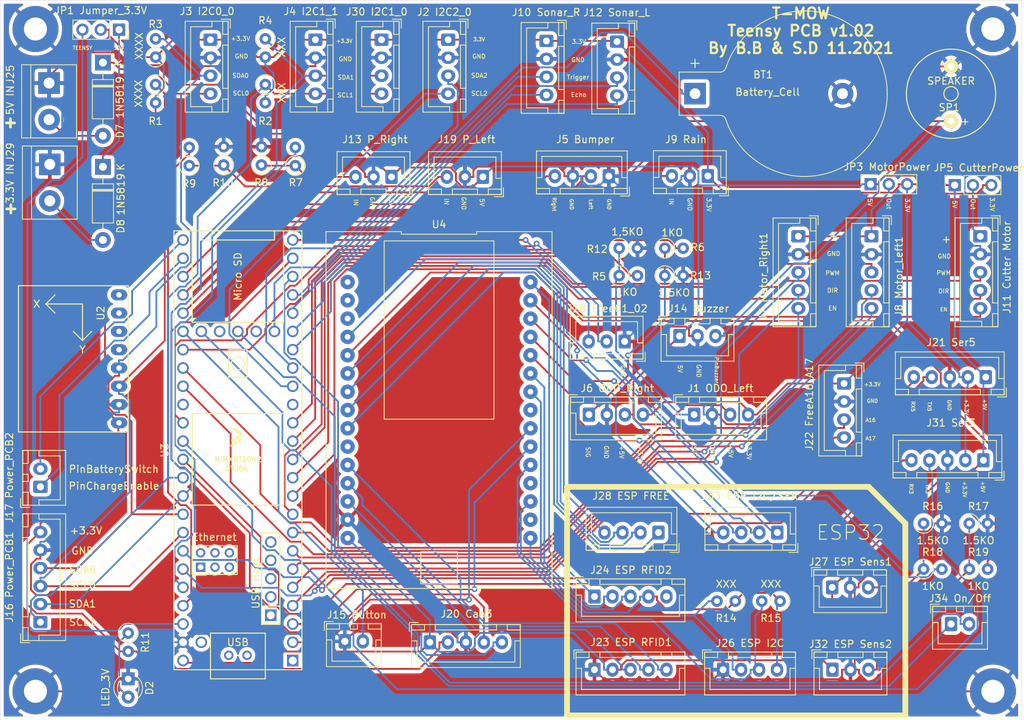
<source format=kicad_pcb>
(kicad_pcb (version 20210424) (generator pcbnew)
  (layers (0 "F.Cu" signal) (31 "B.Cu" signal) (34 "B.Paste" user) (35 "F.Paste" user) (36 "B.SilkS" user "B.Silkscreen") (37 "F.SilkS" user "F.Silkscreen") (38 "B.Mask" user) (39 "F.Mask" user) (44 "Edge.Cuts" user))
  (net 0 "")
  (net 1 "SCL1")
  (net 2 "SDA1")
  (net 3 "GND")
  (net 4 "pinMotorRightPWM")
  (net 5 "pinMotorRightDir")
  (net 6 "pinMotorLeftPWM")
  (net 7 "pinMotorLeftDir")
  (net 8 "pinMotorMowPWM")
  (net 9 "pinMotorMowDir")
  (net 10 "pinMotorMowEnable")
  (net 11 "pinBumperLeft")
  (net 12 "pinBumperRight")
  (net 13 "pinBuzzer")
  (net 14 "pinButton")
  (net 15 "pinRain")
  (net 16 "pinPerimeterLeft")
  (net 17 "pinPerimeterRight")
  (net 18 "pinBatterySwitch")
  (net 19 "SCL0")
  (net 20 "SDA0")
  (net 21 "+5V")
  (net 22 "+3V3")
  (net 23 "Net-(D2-Pad2)")
  (net 24 "Net-(J13-Pad3)")
  (net 25 "Net-(J19-Pad3)")
  (net 26 "Net-(D7-Pad2)")
  (net 27 "Net-(D8-Pad2)")
  (net 28 "RX3")
  (net 29 "TX3")
  (net 30 "pinMotorLeftEnable")
  (net 31 "pinChargeEnable")
  (net 32 "SCL2")
  (net 33 "SDA2")
  (net 34 "pinMotorRightEnable")
  (net 35 "pinOdometryRight")
  (net 36 "pinOdometryLeft")
  (net 37 "Net-(D8-Pad1)")
  (net 38 "Net-(JP1-Pad3)")
  (net 39 "Net-(J1-Pad1)")
  (net 40 "Net-(J6-Pad1)")
  (net 41 "Net-(J7-Pad1)")
  (net 42 "Net-(J11-Pad1)")
  (net 43 "RX1")
  (net 44 "TX1")
  (net 45 "Net-(BT1-Pad1)")
  (net 46 "pinSonarRightEcho")
  (net 47 "pinSonarRightTrigger")
  (net 48 "pinSonarLeftEcho")
  (net 49 "pinSonarLeftTrigger")
  (net 50 "CRX3")
  (net 51 "CTX3")
  (net 52 "RX5")
  (net 53 "TX5")
  (net 54 "Free01")
  (net 55 "FreeA17")
  (net 56 "FreeA16")
  (net 57 "Free02")
  (net 58 "Net-(J23-Pad5)")
  (net 59 "Net-(J23-Pad4)")
  (net 60 "Net-(J23-Pad3)")
  (net 61 "Net-(J24-Pad4)")
  (net 62 "Net-(J24-Pad3)")
  (net 63 "Net-(J24-Pad2)")
  (net 64 "Net-(J24-Pad1)")
  (net 65 "Net-(J26-Pad3)")
  (net 66 "Net-(J26-Pad2)")
  (net 67 "Net-(J27-Pad3)")
  (net 68 "Net-(J28-Pad4)")
  (net 69 "Net-(J28-Pad3)")
  (net 70 "Net-(J28-Pad2)")
  (net 71 "Net-(J28-Pad1)")
  (net 72 "Net-(J32-Pad3)")
  (net 73 "Net-(J33-Pad4)")
  (net 74 "Net-(J33-Pad3)")
  (net 75 "Net-(J33-Pad2)")
  (net 76 "Net-(J33-Pad1)")
  (net 77 "Net-(R18-Pad2)")
  (net 78 "Net-(R19-Pad2)")
  (net 79 "Net-(J34-Pad2)")
  (net 80 "Net-(J34-Pad1)")
  (footprint "Connector_JST:JST_XH_B4B-XH-A_1x04_P2.50mm_Vertical" (layer "F.Cu") (at 100.33 39.49 -90)
    (fp_text reference "J2 I2C2_0")
    (fp_text value "I2C2_0" hide)
  )
  (footprint "Connector_JST:JST_XH_B4B-XH-A_1x04_P2.50mm_Vertical" (layer "F.Cu") (at 81.89 39.49 -90)
    (fp_text reference "J4 I2C1_1")
    (fp_text value "I2C1_1" hide)
  )
  (footprint "Connector_JST:JST_XH_B4B-XH-A_1x04_P2.50mm_Vertical" (layer "F.Cu") (at 122.646 58.45 180)
    (fp_text reference "J5 Bumper")
    (fp_text value "Bumper" hide)
  )
  (footprint "Connector_JST:JST_XH_B3B-XH-A_1x03_P2.50mm_Vertical" (layer "F.Cu") (at 136.398 58.42 180)
    (fp_text reference "J9 Rain")
    (fp_text value "Rain" hide)
  )
  (footprint "Connector_JST:JST_XH_B4B-XH-A_1x04_P2.50mm_Vertical" (layer "F.Cu") (at 113.976 39.659 -90)
    (fp_text reference "J10 Sonar_R")
    (fp_text value "Sonar_R" hide)
  )
  (footprint "Connector_JST:JST_XH_B4B-XH-A_1x04_P2.50mm_Vertical" (layer "F.Cu") (at 123.786 39.749 -90)
    (fp_text reference "J12 Sonar_L")
    (fp_text value "Sonar_L" hide)
  )
  (footprint "Connector_JST:JST_XH_B3B-XH-A_1x03_P2.50mm_Vertical" (layer "F.Cu") (at 92.456 58.547 180)
    (fp_text reference "J13 P_Right")
    (fp_text value "P_Right" hide)
  )
  (footprint "Connector_JST:JST_XH_B2B-XH-A_1x02_P2.50mm_Vertical" (layer "F.Cu") (at 85.979 123.063)
    (fp_text reference "J15 Button")
    (fp_text value "Button" hide)
  )
  (footprint "Resistor_THT:R_Axial_DIN0207_L6.3mm_D2.5mm_P2.54mm_Vertical" (layer "F.Cu") (at 79.101 56.988 90)
    (fp_text reference "R7")
    (fp_text value "1KO")
  )
  (footprint "Resistor_THT:R_Axial_DIN0207_L6.3mm_D2.5mm_P2.54mm_Vertical" (layer "F.Cu") (at 74.391 56.898 90)
    (fp_text reference "R8")
    (fp_text value "1.5KO")
  )
  (footprint "Resistor_THT:R_Axial_DIN0207_L6.3mm_D2.5mm_P2.54mm_Vertical" (layer "F.Cu") (at 64.361 56.988 90)
    (fp_text reference "R9")
    (fp_text value "1KO")
  )
  (footprint "Resistor_THT:R_Axial_DIN0207_L6.3mm_D2.5mm_P2.54mm_Vertical" (layer "F.Cu") (at 69.151 56.898 90)
    (fp_text reference "R10")
    (fp_text value "1.5KO")
  )
  (footprint "Resistor_THT:R_Axial_DIN0207_L6.3mm_D2.5mm_P2.54mm_Vertical" (layer "F.Cu") (at 55.88 121.92 -90)
    (fp_text reference "R11")
    (fp_text value "100")
  )
  (footprint "Zimprich:Buzzer_12x9.5RM7.6" (layer "F.Cu") (at 170.18 47.0002 -90)
    (fp_text reference "SP1")
    (fp_text value "SPEAKER")
  )
  (footprint "LED_THT:LED_D3.0mm" (layer "F.Cu") (at 55.88 128.27 -90)
    (fp_text reference "D2")
    (fp_text value "LED_3V")
  )
  (footprint "Connector_JST:JST_XH_B3B-XH-A_1x03_P2.50mm_Vertical" (layer "F.Cu") (at 105.156 58.547 180)
    (fp_text reference "J19 P_Left")
    (fp_text value "P_Left" hide)
  )
  (footprint "Diode_THT:D_DO-41_SOD81_P10.16mm_Horizontal" (layer "F.Cu") (at 52.37 42.672 -90)
    (fp_text reference "D7")
    (fp_text value "1N5819")
  )
  (footprint "Diode_THT:D_DO-41_SOD81_P10.16mm_Horizontal" (layer "F.Cu") (at 52.37 57.15 -90)
    (fp_text reference "D8")
    (fp_text value "1N5819")
  )
  (footprint "TerminalBlock:TerminalBlock_bornier-2_P5.08mm" (layer "F.Cu") (at 44.89 45.51 -90)
    (fp_text reference "J25")
    (fp_text value "5V IN")
  )
  (footprint "TerminalBlock:TerminalBlock_bornier-2_P5.08mm" (layer "F.Cu") (at 44.99 56.8 -90)
    (fp_text reference "J29")
    (fp_text value "3.3V IN")
  )
  (footprint "Connector_JST:JST_XH_B4B-XH-A_1x04_P2.50mm_Vertical" (layer "F.Cu") (at 91.07 39.49 -90)
    (fp_text reference "J30 I2C1_0")
    (fp_text value "I2C1_0" hide)
  )
  (footprint "Resistor_THT:R_Axial_DIN0207_L6.3mm_D2.5mm_P2.54mm_Vertical" (layer "F.Cu") (at 74.93 45.72 -90)
    (fp_text reference "R2")
    (fp_text value "XXX")
  )
  (footprint "Resistor_THT:R_Axial_DIN0207_L6.3mm_D2.5mm_P2.54mm_Vertical" (layer "F.Cu") (at 74.93 39.37 -90)
    (fp_text reference "R4")
    (fp_text value "XXX")
  )
  (footprint "Connector_JST:JST_XH_B3B-XH-A_1x03_P2.50mm_Vertical" (layer "F.Cu") (at 132.461 80.645)
    (fp_text reference "J14 Buzzer")
    (fp_text value "Buzzer" hide)
  )
  (footprint "MountingHole:MountingHole_3.2mm_M3_Pad_TopBottom" (layer "F.Cu") (at 43 38)
    (fp_text reference "H1" hide)
    (fp_text value "MountingHole_Pad" hide)
  )
  (footprint "MountingHole:MountingHole_3.2mm_M3_Pad_TopBottom" (layer "F.Cu") (at 176 38)
    (fp_text reference "H2" hide)
    (fp_text value "MountingHole_Pad" hide)
  )
  (footprint "MountingHole:MountingHole_3.2mm_M3_Pad_TopBottom" (layer "F.Cu") (at 176 130)
    (fp_text reference "H3" hide)
    (fp_text value "MountingHole_Pad" hide)
  )
  (footprint "MountingHole:MountingHole_3.2mm_M3_Pad_TopBottom" (layer "F.Cu") (at 43 130)
    (fp_text reference "H4" hide)
    (fp_text value "MountingHole_Pad" hide)
  )
  (footprint "Connector_JST:JST_XH_B5B-XH-A_1x05_P2.50mm_Vertical" (layer "F.Cu") (at 174.677 97.9076 180)
    (fp_text reference "J31 Ser3")
    (fp_text value "Ser3" hide)
  )
  (footprint "teensy_library-master:Teensy41" (layer "F.Cu") (at 71.12 96.52 90)
    (fp_text reference "U3")
    (fp_text value "Teensy4.1")
  )
  (footprint "Connector_PinSocket_2.54mm:PinSocket_1x03_P2.54mm_Vertical" (layer "F.Cu") (at 54.61 38.1 -90)
    (fp_text reference "JP1 Jumper_3.3V")
    (fp_text value "Jumper_3.3V")
  )
  (footprint "Connector_JST:JST_XH_B4B-XH-A_1x04_P2.50mm_Vertical" (layer "F.Cu") (at 134.493 91.567)
    (fp_text reference "J1 ODO_Left")
    (fp_text value "ODO_Left" hide)
  )
  (footprint "Connector_JST:JST_XH_B4B-XH-A_1x04_P2.50mm_Vertical" (layer "F.Cu") (at 119.881 91.567)
    (fp_text reference "J6 ODO_Right")
    (fp_text value "ODO_Right" hide)
  )
  (footprint "Connector_JST:JST_XH_B5B-XH-A_1x05_P2.50mm_Vertical" (layer "F.Cu") (at 148.971 66.802 -90)
    (fp_text reference "J7 Motor_Right1")
    (fp_text value "Motor_Right1")
  )
  (footprint "Connector_JST:JST_XH_B5B-XH-A_1x05_P2.50mm_Vertical" (layer "F.Cu") (at 159.131 66.802 -90)
    (fp_text reference "J8 Motor_Left1")
    (fp_text value "Motor_Left1")
  )
  (footprint "Connector_JST:JST_XH_B5B-XH-A_1x05_P2.50mm_Vertical" (layer "F.Cu") (at 174.244 66.802 -90)
    (fp_text reference "J11 Cutter Motor")
    (fp_text value "Cutter")
  )
  (footprint "Connector_PinSocket_2.54mm:PinSocket_1x03_P2.54mm_Vertical" (layer "F.Cu") (at 159.004 59.563 90)
    (fp_text reference "JP3 MotorPower")
    (fp_text value "MotorPower" hide)
  )
  (footprint "Connector_PinSocket_2.54mm:PinSocket_1x03_P2.54mm_Vertical" (layer "F.Cu") (at 170.688 59.69 90)
    (fp_text reference "JP5 CutterPower")
    (fp_text value "CutterPower" hide)
  )
  (footprint "Resistor_THT:R_Axial_DIN0207_L6.3mm_D2.5mm_P2.54mm_Vertical" (layer "F.Cu") (at 124.079 72.263)
    (fp_text reference "R5")
    (fp_text value "1KO")
  )
  (footprint "Resistor_THT:R_Axial_DIN0207_L6.3mm_D2.5mm_P2.54mm_Vertical" (layer "F.Cu") (at 130.429 68.453)
    (fp_text reference "R6")
    (fp_text value "1KO")
  )
  (footprint "Resistor_THT:R_Axial_DIN0207_L6.3mm_D2.5mm_P2.54mm_Vertical" (layer "F.Cu") (at 124.079 68.453)
    (fp_text reference "R12")
    (fp_text value "1,5KO")
  )
  (footprint "Resistor_THT:R_Axial_DIN0207_L6.3mm_D2.5mm_P2.54mm_Vertical" (layer "F.Cu") (at 130.429 72.263)
    (fp_text reference "R13")
    (fp_text value "1,5KO")
  )
  (footprint "Resistor_THT:R_Axial_DIN0207_L6.3mm_D2.5mm_P2.54mm_Vertical" (layer "F.Cu") (at 59.69 45.72 -90)
    (fp_text reference "R1")
    (fp_text value "XXXX")
  )
  (footprint "Resistor_THT:R_Axial_DIN0207_L6.3mm_D2.5mm_P2.54mm_Vertical" (layer "F.Cu") (at 59.69 41.91 90)
    (fp_text reference "R3")
    (fp_text value "XXXX")
  )
  (footprint "teensy_library-master:GY-521" (layer "F.Cu") (at 55.88 93.98 90)
    (fp_text reference "U2")
    (fp_text value "GY-521")
  )
  (footprint "Connector_JST:JST_XH_B4B-XH-A_1x04_P2.50mm_Vertical" (layer "F.Cu") (at 67.31 39.49 -90)
    (fp_text reference "J3 I2C0_0")
    (fp_text value "I2C0_0" hide)
  )
  (footprint "Connector_JST:JST_XH_B6B-XH-A_1x06_P2.50mm_Vertical" (layer "F.Cu") (at 43.688 120.396 90)
    (fp_text reference "J16 Power_PCB1")
    (fp_text value "Power_PCB1" hide)
  )
  (footprint "Battery:BatteryHolder_Keystone_103_1x20mm" (layer "F.Cu") (at 134.62 46.99)
    (fp_text reference "BT1")
    (fp_text value "Battery_Cell")
  )
  (footprint "Connector_JST:JST_XH_B2B-XH-A_1x02_P2.50mm_Vertical" (layer "F.Cu") (at 43.688 101.6 90)
    (fp_text reference "J17 Power_PCB2")
    (fp_text value "Power_PCB2" hide)
  )
  (footprint "Connector_JST:JST_XH_B5B-XH-A_1x05_P2.50mm_Vertical" (layer "F.Cu") (at 97.79 123.19)
    (fp_text reference "J20 Can3")
    (fp_text value "Can3")
  )
  (footprint "Connector_JST:JST_XH_B5B-XH-A_1x05_P2.50mm_Vertical" (layer "F.Cu") (at 175.006 86.36 180)
    (fp_text reference "J21 Ser5")
    (fp_text value "Ser5" hide)
  )
  (footprint "Connector_JST:JST_XH_B3B-XH-A_1x03_P2.50mm_Vertical" (layer "F.Cu") (at 124.841 81.407 180)
    (fp_text reference "J18 Free01_02")
    (fp_text value "Free01_02" hide)
  )
  (footprint "Connector_JST:JST_XH_B4B-XH-A_1x04_P2.50mm_Vertical" (layer "F.Cu") (at 155.321 87.249 -90)
    (fp_text reference "J22 FreeA16_A17")
    (fp_text value "FreeA16_A17")
  )
  (footprint "Connector_JST:JST_XH_B5B-XH-A_1x05_P2.50mm_Vertical" (layer "F.Cu") (at 120.65 127)
    (fp_text reference "J23 ESP RFID1")
    (fp_text value "ESP RFID1" hide)
  )
  (footprint "Connector_JST:JST_XH_B5B-XH-A_1x05_P2.50mm_Vertical" (layer "F.Cu") (at 120.65 116.84)
    (fp_text reference "J24 ESP RFID2")
    (fp_text value "ESP RFID2" hide)
  )
  (footprint "Connector_JST:JST_XH_B4B-XH-A_1x04_P2.50mm_Vertical" (layer "F.Cu") (at 138.51 127)
    (fp_text reference "J26 ESP I2C")
    (fp_text value "ESP32 I2C" hide)
  )
  (footprint "Resistor_THT:R_Axial_DIN0207_L6.3mm_D2.5mm_P2.54mm_Vertical" (layer "F.Cu") (at 140.208 117.475 180)
    (fp_text reference "R14" hide)
    (fp_text value "XXX")
  )
  (footprint "Resistor_THT:R_Axial_DIN0207_L6.3mm_D2.5mm_P2.54mm_Vertical" (layer "F.Cu") (at 146.431 117.475 180)
    (fp_text reference "R15" hide)
    (fp_text value "XXX")
  )
  (footprint "teensy_library-master:ESP32-DEVKIT-V1" (layer "F.Cu") (at 99.06 90.932 -90)
    (fp_text reference "U4")
    (fp_text value "ESP32-DEVKIT-V1")
  )
  (footprint "Connector_JST:JST_XH_B3B-XH-A_1x03_P2.50mm_Vertical" (layer "F.Cu") (at 153.67 115.57)
    (fp_text reference "J27 ESP Sens1")
    (fp_text value "ESP32 Sens1" hide)
  )
  (footprint "Connector_JST:JST_XH_B4B-XH-A_1x04_P2.50mm_Vertical" (layer "F.Cu") (at 129.54 107.95 180)
    (fp_text reference "J28 ESP FREE")
    (fp_text value "ESP32 FREE" hide)
  )
  (footprint "Connector_JST:JST_XH_B3B-XH-A_1x03_P2.50mm_Vertical" (layer "F.Cu") (at 153.71 127)
    (fp_text reference "J32 ESP Sens2")
    (fp_text value "ESP32 Sens2" hide)
  )
  (footprint "Connector_JST:JST_XH_B4B-XH-A_1x04_P2.50mm_Vertical" (layer "F.Cu") (at 146.05 107.95 180)
    (fp_text reference "J33 ESP I2C/SER")
    (fp_text value "ESP32 I2C/SER" hide)
  )
  (footprint "Resistor_THT:R_Axial_DIN0207_L6.3mm_D2.5mm_P2.54mm_Vertical" (layer "F.Cu") (at 166.37 106.68)
    (fp_text reference "R16")
    (fp_text value "1.5KO")
  )
  (footprint "Resistor_THT:R_Axial_DIN0207_L6.3mm_D2.5mm_P2.54mm_Vertical" (layer "F.Cu") (at 172.72 106.68)
    (fp_text reference "R17")
    (fp_text value "1.5KO")
  )
  (footprint "Resistor_THT:R_Axial_DIN0207_L6.3mm_D2.5mm_P2.54mm_Vertical" (layer "F.Cu") (at 166.37 113.03)
    (fp_text reference "R18")
    (fp_text value "1KO")
  )
  (footprint "Resistor_THT:R_Axial_DIN0207_L6.3mm_D2.5mm_P2.54mm_Vertical" (layer "F.Cu") (at 172.72 113.03)
    (fp_text reference "R19")
    (fp_text value "1KO")
  )
  (footprint "Connector_JST:JST_XH_B2B-XH-A_1x02_P2.50mm_Vertical" (layer "F.Cu") (at 170.18 120.65)
    (fp_text reference "J34 On/Off")
    (fp_text value "Teensy On/Off")
  )
  (gr_line (start 163.83 106.68) (end 158.75 101.6) (layer "F.SilkS") (width 0.8))
  (gr_line (start 163.83 133.35) (end 163.83 106.68) (layer "F.SilkS") (width 0.8))
  (gr_line (start 116.84 133.35) (end 163.83 133.35) (layer "F.SilkS") (width 0.8))
  (gr_line (start 158.75 101.6) (end 116.84 101.6) (layer "F.SilkS") (width 0.8))
  (gr_line (start 116.84 101.6) (end 116.84 133.35) (layer "F.SilkS") (width 0.8))
  (gr_line (start 38.1 34) (end 180 34) (layer "Edge.Cuts") (width 0.05))
  (gr_line (start 38.1 134) (end 180 134) (layer "Edge.Cuts") (width 0.05))
  (gr_line (start 38.1 34) (end 38.1 134) (layer "Edge.Cuts") (width 0.05))
  (gr_line (start 180 134) (end 180 34) (layer "Edge.Cuts") (width 0.05))
  (gr_text "TX3" (at 166.9264 101.8738 270) (layer "F.SilkS") (effects (font (size 0.5 0.5) (thickness 0.1))))
  (gr_text "RX3" (at 164.6404 101.8738 270) (layer "F.SilkS") (effects (font (size 0.5 0.5) (thickness 0.1))))
  (gr_text "Trigger" (at 118.366 44.699) (layer "F.SilkS") (effects (font (size 0.6 0.6) (thickness 0.1))))
  (gr_text "Echo" (at 118.466 47.129) (layer "F.SilkS") (effects (font (size 0.6 0.6) (thickness 0.1))))
  (gr_text "GND" (at 71.612 41.79) (layer "F.SilkS") (effects (font (size 0.6 0.6) (thickness 0.1))))
  (gr_text "+3.3V" (at 71.482 39.34) (layer "F.SilkS") (effects (font (size 0.6 0.6) (thickness 0.1))))
  (gr_text "SDA0" (at 71.485 44.48) (layer "F.SilkS") (effects (font (size 0.6 0.6) (thickness 0.1))))
  (gr_text "SCL0" (at 71.545 46.93) (layer "F.SilkS") (effects (font (size 0.6 0.6) (thickness 0.1))))
  (gr_text "+3.3V" (at 85.9 39.67) (layer "F.SilkS") (effects (font (size 0.5 0.5) (thickness 0.1))))
  (gr_text "GND" (at 86.05 42.17) (layer "F.SilkS") (effects (font (size 0.6 0.6) (thickness 0.1))))
  (gr_text "SDA1" (at 86.11 44.73) (layer "F.SilkS") (effects (font (size 0.6 0.6) (thickness 0.1))))
  (gr_text "SCL1" (at 86.05 47.19) (layer "F.SilkS") (effects (font (size 0.6 0.6) (thickness 0.1))))
  (gr_text "+" (at 39.53 50.95) (layer "F.SilkS") (effects (font (size 1.5 1.5) (thickness 0.375))))
  (gr_text "+" (at 39.58 62.89) (layer "F.SilkS") (effects (font (size 1.5 1.5) (thickness 0.375))))
  (gr_text "+3.3V" (at 172.0774 101.9568 270) (layer "F.SilkS") (effects (font (size 0.5 0.5) (thickness 0.1))))
  (gr_text "+5V" (at 174.5974 101.5968 270) (layer "F.SilkS") (effects (font (size 0.5 0.5) (thickness 0.1))))
  (gr_text "GND" (at 169.6874 101.6868 270) (layer "F.SilkS") (effects (font (size 0.5 0.5) (thickness 0.1))))
  (gr_text "Left" (at 120.142 62.357 270) (layer "F.SilkS") (effects (font (size 0.5 0.5) (thickness 0.1))))
  (gr_text "Right" (at 115.062 62.357 270) (layer "F.SilkS") (effects (font (size 0.5 0.5) (thickness 0.1))))
  (gr_text "GND" (at 117.475 62.353 270) (layer "F.SilkS") (effects (font (size 0.5 0.5) (thickness 0.1))))
  (gr_text "GND" (at 122.682 62.343 270) (layer "F.SilkS") (effects (font (size 0.5 0.5) (thickness 0.1))))
  (gr_text "GND" (at 89.789 62.216 270) (layer "F.SilkS") (effects (font (size 0.6 0.6) (thickness 0.1))))
  (gr_text "5V" (at 105.029 62.103 -90) (layer "F.SilkS") (effects (font (size 0.6 0.6) (thickness 0.1))))
  (gr_text "3.3V" (at 136.55 62.41 -90) (layer "F.SilkS") (effects (font (size 0.6 0.6) (thickness 0.1))))
  (gr_text "IN" (at 100.076 61.976 -90) (layer "F.SilkS") (effects (font (size 0.6 0.6) (thickness 0.1))))
  (gr_text "SCL0" (at 49.53 115.316) (layer "F.SilkS") (effects (font (size 1 1))))
  (gr_text "SDA0" (at 49.55 113.11) (layer "F.SilkS") (effects (font (size 1 1))))
  (gr_text "GND" (at 49.53 110.49) (layer "F.SilkS") (effects (font (size 1 1))))
  (gr_text "SDA2" (at 104.65 44.47) (layer "F.SilkS") (effects (font (size 0.6 0.6) (thickness 0.1))))
  (gr_text "SCL2\n" (at 104.66 46.96) (layer "F.SilkS") (effects (font (size 0.6 0.6) (thickness 0.1))))
  (gr_text "3.3V" (at 104.63 39.44) (layer "F.SilkS") (effects (font (size 0.5 0.5) (thickness 0.1))))
  (gr_text "GND" (at 104.61 41.81) (layer "F.SilkS") (effects (font (size 0.6 0.6) (thickness 0.1))))
  (gr_text "GND" (at 153.87 69.21) (layer "F.SilkS") (effects (font (size 0.6 0.6) (thickness 0.1))))
  (gr_text "PWM" (at 153.72 71.92) (layer "F.SilkS") (effects (font (size 0.6 0.6) (thickness 0.1))))
  (gr_text "+" (at 153.87 66.73) (layer "F.SilkS") (effects (font (size 1 1))))
  (gr_text "EN" (at 153.72 76.8) (layer "F.SilkS") (effects (font (size 0.6 0.6) (thickness 0.1))))
  (gr_text "DIR" (at 153.72 74.32) (layer "F.SilkS") (effects (font (size 0.6 0.6) (thickness 0.1))))
  (gr_text "PWM" (at 169.164 71.882) (layer "F.SilkS") (effects (font (size 0.6 0.6) (thickness 0.1))))
  (gr_text "GND" (at 169.2508 69.5806) (layer "F.SilkS") (effects (font (size 0.6 0.6) (thickness 0.1))))
  (gr_text "+" (at 169.5208 67.1906) (layer "F.SilkS") (effects (font (size 1 1))))
  (gr_text "EN" (at 169.164 76.962) (layer "F.SilkS") (effects (font (size 0.5 0.5) (thickness 0.1))))
  (gr_text "DIR" (at 169.164 74.422) (layer "F.SilkS") (effects (font (size 0.6 0.6) (thickness 0.1))))
  (gr_text "GND" (at 122.301 96.774 270) (layer "F.SilkS") (effects (font (size 0.6 0.6) (thickness 0.1))))
  (gr_text "SIG" (at 119.761 96.774 270) (layer "F.SilkS") (effects (font (size 0.6 0.6) (thickness 0.1))))
  (gr_text "+5V" (at 124.4324 96.7708 270) (layer "F.SilkS") (effects (font (size 0.6 0.6) (thickness 0.1))))
  (gr_text "+3.3V" (at 126.9924 97.1308 270) (layer "F.SilkS") (effects (font (size 0.6 0.6) (thickness 0.1))))
  (gr_text "GND" (at 137.033 96.647 270) (layer "F.SilkS") (effects (font (size 0.6 0.6) (thickness 0.1))))
  (gr_text "SIG" (at 134.493 96.647 270) (layer "F.SilkS") (effects (font (size 0.6 0.6) (thickness 0.1))))
  (gr_text "+3.3V" (at 142.113 96.52 270) (layer "F.SilkS") (effects (font (size 0.6 0.6) (thickness 0.1))))
  (gr_text "+5V" (at 139.573 96.6438 270) (layer "F.SilkS") (effects (font (size 0.6 0.6) (thickness 0.1))))
  (gr_text "PinChargeEnable" (at 53.91 101.48) (layer "F.SilkS") (effects (font (size 1 1))))
  (gr_text "GND" (at 169.9414 90.2568 270) (layer "F.SilkS") (effects (font (size 0.5 0.5) (thickness 0.1))))
  (gr_text "+3.3V" (at 172.3314 90.5268 270) (layer "F.SilkS") (effects (font (size 0.5 0.5) (thickness 0.1))))
  (gr_text "+5V" (at 174.8514 90.1668 270) (layer "F.SilkS") (effects (font (size 0.5 0.5) (thickness 0.1))))
  (gr_text "RX5" (at 164.8944 90.4438 -90) (layer "F.SilkS") (effects (font (size 0.5 0.5) (thickness 0.1))))
  (gr_text "TX5" (at 167.1804 90.4438 -90) (layer "F.SilkS") (effects (font (size 0.5 0.5) (thickness 0.1))))
  (gr_text "3.3V" (at 164.12 62.49 -90) (layer "F.SilkS") (effects (font (size 0.6 0.6) (thickness 0.1))))
  (gr_text "Out" (at 161.54 62.28 -90) (layer "F.SilkS") (effects (font (size 0.6 0.6) (thickness 0.1))))
  (gr_text "5V" (at 158.92 62.08 -90) (layer "F.SilkS") (effects (font (size 0.6 0.6) (thickness 0.1))))
  (gr_text "Out" (at 173.228 62.343 -90) (layer "F.SilkS") (effects (font (size 0.6 0.6) (thickness 0.1))))
  (gr_text "3.3V" (at 175.895 62.357 -90) (layer "F.SilkS") (effects (font (size 0.6 0.6) (thickness 0.1))))
  (gr_text "5V" (at 170.688 62.357 -90) (layer "F.SilkS") (effects (font (size 0.6 0.6) (thickness 0.1))))
  (gr_text "GND" (at 118.364 42.291) (layer "F.SilkS") (effects (font (size 0.6 0.6) (thickness 0.1))))
  (gr_text "3.3V" (at 118.491 39.751) (layer "F.SilkS") (effects (font (size 0.6 0.6) (thickness 0.1))))
  (gr_text "GND\n" (at 135.14 85.5 -90) (layer "F.SilkS") (effects (font (size 0.6 0.6) (thickness 0.1))))
  (gr_text "PinBuzzer" (at 137.64 85.39 -90) (layer "F.SilkS") (effects (font (size 0.5 0.5) (thickness 0.1))))
  (gr_text "5V" (at 132.54 85.21 -90) (layer "F.SilkS") (effects (font (size 0.6 0.6) (thickness 0.1))))
  (gr_text "+3.3V" (at 159.258 87.376) (layer "F.SilkS") (effects (font (size 0.5 0.5) (thickness 0.1))))
  (gr_text "GND" (at 159.258 89.662) (layer "F.SilkS") (effects (font (size 0.5 0.5) (thickness 0.1))))
  (gr_text "A17" (at 159.004 94.869) (layer "F.SilkS") (effects (font (size 0.5 0.5) (thickness 0.1))))
  (gr_text "A16\n" (at 159.004 92.329) (layer "F.SilkS") (effects (font (size 0.5 0.5) (thickness 0.1))))
  (gr_text "GND" (at 124.587 85.471 270) (layer "F.SilkS") (effects (font (size 0.5 0.5) (thickness 0.1))))
  (gr_text "J29\n" (at 54.61 40.64) (layer "F.SilkS") (effects (font (size 0.5 0.5) (thickness 0.1))))
  (gr_text "SCL1\n" (at 49.53 120.396) (layer "F.SilkS") (effects (font (size 1 1))))
  (gr_text "ESP32" (at 156.21 107.95) (layer "F.SilkS") (effects (font (size 2 2))))
  (gr_text "IN" (at 131.318 61.976 -90) (layer "F.SilkS") (effects (font (size 0.6 0.6) (thickness 0.1))))
  (gr_text "GND" (at 133.88 62.37 270) (layer "F.SilkS") (effects (font (size 0.6 0.6) (thickness 0.1))))
  (gr_text "GND" (at 102.489 62.23 270) (layer "F.SilkS") (effects (font (size 0.6 0.6) (thickness 0.1))))
  (gr_text "TEENSY" (at 49.53 40.64) (layer "F.SilkS") (effects (font (size 0.5 0.5) (thickness 0.1))))
  (gr_text "5V" (at 92.456 62.103 -90) (layer "F.SilkS") (effects (font (size 0.6 0.6) (thickness 0.1))))
  (gr_text "+3.3V" (at 50.038 107.696) (layer "F.SilkS") (effects (font (size 1 1))))
  (gr_text "T-MOW\nTeensy PCB v1.02\nBy B.B & S.D 11.2021" (at 149.33 38.25) (layer "F.SilkS") (effects (font (size 1.5 1.5) (thickness 0.3))))
  (gr_text "PinBatterySwitch" (at 53.88 99.14) (layer "F.SilkS") (effects (font (size 1 1))))
  (gr_text "IN" (at 87.503 62.103 -90) (layer "F.SilkS") (effects (font (size 0.6 0.6) (thickness 0.1))))
  (gr_text "SDA1\n" (at 49.53 117.856) (layer "F.SilkS") (effects (font (size 1 1))))
  (segment (start 76.2 46.99) (end 81.89 46.99) (width 0.25) (layer "F.Cu") (net 1))
  (segment (start 74.93 45.72) (end 76.2 46.99) (width 0.25) (layer "F.Cu") (net 1))
  (segment (start 81.89 46.99) (end 91.07 46.99) (width 0.25) (layer "F.Cu") (net 1))
  (segment (start 61.4445 100.33) (end 61.4445 75.3662) (width 0.25) (layer "B.Cu") (net 1))
  (segment (start 43.1495 116.646) (end 42.3807 117.4148) (width 0.25) (layer "B.Cu") (net 1))
  (segment (start 42.3807 117.4148) (end 42.3807 119.0887) (width 0.25) (layer "B.Cu") (net 1))
  (segment (start 45.1285 116.646) (end 43.1495 116.646) (width 0.25) (layer "B.Cu") (net 1))
  (segment (start 63.0193 73.7914) (end 63.7687 73.7914) (width 0.25) (layer "B.Cu") (net 1))
  (segment (start 61.4445 75.3662) (end 63.0193 73.7914) (width 0.25) (layer "B.Cu") (net 1))
  (segment (start 65.5261 64.0641) (end 72.9415 56.6487) (width 0.25) (layer "B.Cu") (net 1))
  (segment (start 63.5 100.33) (end 61.4445 100.33) (width 0.25) (layer "B.Cu") (net 1))
  (segment (start 72.9415 47.7085) (end 74.93 45.72) (width 0.25) (layer "B.Cu") (net 1))
  (segment (start 63.7687 73.7914) (end 65.5261 72.034) (width 0.25) (layer "B.Cu") (net 1))
  (segment (start 65.5261 72.034) (end 65.5261 64.0641) (width 0.25) (layer "B.Cu") (net 1))
  (segment (start 72.9415 56.6487) (end 72.9415 47.7085) (width 0.25) (layer "B.Cu") (net 1))
  (segment (start 61.4445 100.33) (end 45.1285 116.646) (width 0.25) (layer "B.Cu") (net 1))
  (segment (start 42.3807 119.0887) (end 43.688 120.396) (width 0.25) (layer "B.Cu") (net 1))
  (segment (start 81.89 44.49) (end 91.07 44.49) (width 0.25) (layer "F.Cu") (net 2))
  (segment (start 65.9765 74.085) (end 63.8615 76.2) (width 0.25) (layer "B.Cu") (net 2))
  (segment (start 81.89 44.49) (end 80.5897 44.49) (width 0.25) (layer "B.Cu") (net 2))
  (segment (start 63.8615 76.2) (end 63.1276 76.2) (width 0.25) (layer "B.Cu") (net 2))
  (segment (start 76.5057 48.3395) (end 76.5057 57.0379) (width 0.25) (layer "B.Cu") (net 2))
  (segment (start 48.474 117.896) (end 43.688 117.896) (width 0.25) (layer "B.Cu") (net 2))
  (segment (start 80.2026 44.6426) (end 80.4371 44.6426) (width 0.25) (layer "B.Cu") (net 2))
  (segment (start 63.1276 76.2) (end 61.8949 77.4327) (width 0.25) (layer "B.Cu") (net 2))
  (segment (start 64.655 99.85) (end 64.655 101.715) (width 0.25) (layer "B.Cu") (net 2))
  (segment (start 65.9765 67.5671) (end 65.9765 74.085) (width 0.25) (layer "B.Cu") (net 2))
  (segment (start 63.865 99.06) (end 64.655 99.85) (width 0.25) (layer "B.Cu") (net 2))
  (segment (start 80.2026 44.6426) (end 74.93 39.37) (width 0.25) (layer "B.Cu") (net 2))
  (segment (start 61.8949 77.4327) (end 61.8949 97.8352) (width 0.25) (layer "B.Cu") (net 2))
  (segment (start 76.5057 57.0379) (end 65.9765 67.5671) (width 0.25) (layer "B.Cu") (net 2))
  (segment (start 63.1197 99.06) (end 63.865 99.06) (width 0.25) (layer "B.Cu") (net 2))
  (segment (start 80.4371 44.6426) (end 80.5897 44.49) (width 0.25) (layer "B.Cu") (net 2))
  (segment (start 63.5 102.87) (end 48.474 117.896) (width 0.25) (layer "B.Cu") (net 2))
  (segment (start 80.2026 44.6426) (end 76.5057 48.3395) (width 0.25) (layer "B.Cu") (net 2))
  (segment (start 61.8949 97.8352) (end 63.1197 99.06) (width 0.25) (layer "B.Cu") (net 2))
  (segment (start 64.655 101.715) (end 63.5 102.87) (width 0.25) (layer "B.Cu") (net 2))
  (segment (start 88.7807 58.0328) (end 88.7807 58.547) (width 0.25) (layer "F.Cu") (net 3))
  (segment (start 47.2437 42.2436) (end 48.2407 41.2466) (width 0.25) (layer "F.Cu") (net 3))
  (segment (start 138.51 127) (end 139.8282 128.3182) (width 0.25) (layer "F.Cu") (net 3))
  (segment (start 122.381 90.0759) (end 122.381 91.567) (width 0.25) (layer "F.Cu") (net 3))
  (segment (start 48.2407 41.2466) (end 54.0668 41.2466) (width 0.25) (layer "F.Cu") (net 3))
  (segment (start 133.7857 79.7635) (end 133.7857 80.645) (width 0.25) (layer "F.Cu") (net 3))
  (segment (start 104.365 57.1318) (end 103.8313 57.6655) (width 0.25) (layer "F.Cu") (net 3))
  (segment (start 102.656 58.547) (end 103.8313 58.547) (width 0.25) (layer "F.Cu") (net 3))
  (segment (start 150.8692 92.9005) (end 154.0207 89.749) (width 0.25) (layer "F.Cu") (net 3))
  (segment (start 76.8058 55.6475) (end 86.3954 55.6475) (width 0.25) (layer "F.Cu") (net 3))
  (segment (start 63.5 123.19) (end 56.956 116.646) (width 0.25) (layer "F.Cu") (net 3))
  (segment (start 132.969 72.263) (end 134.0943 72.263) (width 0.25) (layer "F.Cu") (net 3))
  (segment (start 115.6667 42.249) (end 115.3663 42.249) (width 0.25) (layer "F.Cu") (net 3))
  (segment (start 69.151 54.358) (end 74.391 54.358) (width 0.25) (layer "F.Cu") (net 3))
  (segment (start 134.0943 72.263) (end 137.0553 69.302) (width 0.25) (layer "F.Cu") (net 3))
  (segment (start 159.131 69.302) (end 150.2713 69.302) (width 0.25) (layer "F.Cu") (net 3))
  (segment (start 115.6667 57.1318) (end 104.365 57.1318) (width 0.25) (layer "F.Cu") (net 3))
  (segment (start 56.956 116.646) (end 43.1205 116.646) (width 0.25) (layer "F.Cu") (net 3))
  (segment (start 156.7977 115.57) (end 157.3453 115.57) (width 0.25) (layer "F.Cu") (net 3))
  (segment (start 67.31 43.1653) (end 81.89 43.1653) (width 0.25) (layer "F.Cu") (net 3))
  (segment (start 102.79 123.19) (end 102.2744 123.19) (width 0.25) (layer "F.Cu") (net 3))
  (segment (start 42.3784 115.9039) (end 42.3784 112.3667) (width 0.25) (layer "F.Cu") (net 3))
  (segment (start 116.4707 57.9358) (end 115.6667 57.1318) (width 0.25) (layer "F.Cu") (net 3))
  (segment (start 100.6704 121.7315) (end 101.6147 122.6758) (width 0.25) (layer "F.Cu") (net 3))
  (segment (start 139.8282 128.3182) (end 154.598 128.3182) (width 0.25) (layer "F.Cu") (net 3))
  (segment (start 44.89 45.51) (end 44.89 44.5973) (width 0.25) (layer "F.Cu") (net 3))
  (segment (start 134.961 80.645) (end 133.7857 80.645) (width 0.25) (layer "F.Cu") (net 3))
  (segment (start 166.9408 107.8053) (end 164.5958 107.8053) (width 0.25) (layer "F.Cu") (net 3))
  (segment (start 128.1502 79.335) (end 133.3572 79.335) (width 0.25) (layer "F.Cu") (net 3))
  (segment (start 115.6667 42.249) (end 115.6667 57.1318) (width 0.25) (layer "F.Cu") (net 3))
  (segment (start 116.4707 58.45) (end 116.4707 57.9358) (width 0.25) (layer "F.Cu") (net 3))
  (segment (start 157.3453 115.0558) (end 157.3453 115.57) (width 0.25) (layer "F.Cu") (net 3))
  (segment (start 113.976 42.159) (end 112.6757 42.159) (width 0.25) (layer "F.Cu") (net 3))
  (segment (start 103.8313 57.6655) (end 103.8313 58.547) (width 0.25) (layer "F.Cu") (net 3))
  (segment (start 102.2744 123.19) (end 106.0844 127) (width 0.25) (layer "F.Cu") (net 3))
  (segment (start 106.0844 127) (end 120.65 127) (width 0.25) (layer "F.Cu") (net 3))
  (segment (start 55.8556 43.0354) (end 60.5362 43.0354) (width 0.25) (layer "F.Cu") (net 3))
  (segment (start 42.3784 112.3667) (end 43.1738 111.5713) (width 0.25) (layer "F.Cu") (net 3))
  (segment (start 117.646 58.45) (end 116.4707 58.45) (width 0.25) (layer "F.Cu") (net 3))
  (segment (start 156.17 115.57) (end 156.7977 115.57) (width 0.25) (layer "F.Cu") (net 3))
  (segment (start 157.3853 127.5142) (end 159.8711 130) (width 0.25) (layer "F.Cu") (net 3))
  (segment (start 133.3572 79.335) (end 133.7857 79.7635) (width 0.25) (layer "F.Cu") (net 3))
  (segment (start 137.2085 128.3015) (end 121.9515 128.3015) (width 0.25) (layer "F.Cu") (net 3))
  (segment (start 91.07 41.99) (end 81.89 41.99) (width 0.25) (layer "F.Cu") (net 3))
  (segment (start 164.5958 107.8053) (end 157.3453 115.0558) (width 0.25) (layer "F.Cu") (net 3))
  (segment (start 60.6661 43.1653) (end 67.31 43.1653) (width 0.25) (layer "F.Cu") (net 3))
  (segment (start 126.0782 81.407) (end 128.1502 79.335) (width 0.25) (layer "F.Cu") (net 3))
  (segment (start 115.3663 42.249) (end 115.2763 42.159) (width 0.25) (layer "F.Cu") (net 3))
  (segment (start 55.88 128.27) (end 54.6547 128.27) (width 0.25) (layer "F.Cu") (net 3))
  (segment (start 89.956 58.547) (end 88.7807 58.547) (width 0.25) (layer "F.Cu") (net 3))
  (segment (start 60.5362 43.0354) (end 60.6661 43.1653) (width 0.25) (layer "F.Cu") (net 3))
  (segment (start 154.598 128.3182) (end 155.0347 127.8815) (width 0.25) (layer "F.Cu") (net 3))
  (segment (start 138.1683 92.0812) (end 138.9876 92.9005) (width 0.25) (layer "F.Cu") (net 3))
  (segment (start 121.9515 128.3015) (end 120.65 127) (width 0.25) (layer "F.Cu") (net 3))
  (segment (start 43.688 110.396) (end 43.688 111.5713) (width 0.25) (layer "F.Cu") (net 3))
  (segment (start 54.6547 128.27) (end 52.9247 130) (width 0.25) (layer "F.Cu") (net 3))
  (segment (start 170.18 43.2004) (end 158.8996 43.2004) (width 0.25) (layer "F.Cu") (net 3))
  (segment (start 156.7977 127) (end 156.7977 115.57) (width 0.25) (layer "F.Cu") (net 3))
  (segment (start 159.8711 130) (end 176 130) (width 0.25) (layer "F.Cu") (net 3))
  (segment (start 167.7847 106.9614) (end 166.9408 107.8053) (width 0.25) (layer "F.Cu") (net 3))
  (segment (start 156.21 127) (end 155.0347 127) (width 0.25) (layer "F.Cu") (net 3))
  (segment (start 75.5163 54.358) (end 76.8058 55.6475) (width 0.25) (layer "F.Cu") (net 3))
  (segment (start 54.0668 41.2466) (end 55.8556 43.0354) (width 0.25) (layer "F.Cu") (net 3))
  (segment (start 47.2437 42.2436) (end 43 38) (width 0.25) (layer "F.Cu") (net 3))
  (segment (start 74.391 54.358) (end 75.5163 54.358) (width 0.25) (layer "F.Cu") (net 3))
  (segment (start 156.7977 127) (end 157.3853 127) (width 0.25) (layer "F.Cu") (net 3))
  (segment (start 155.321 89.749) (end 154.0207 89.749) (width 0.25) (layer "F.Cu") (net 3))
  (segment (start 81.89 41.99) (end 81.89 43.1653) (width 0.25) (layer "F.Cu") (net 3))
  (segment (start 138.51 127) (end 137.2085 128.3015) (width 0.25) (layer "F.Cu") (net 3))
  (segment (start 113.976 42.159) (end 115.2763 42.159) (width 0.25) (layer "F.Cu") (net 3))
  (segment (start 156.21 127) (end 156.7977 127) (width 0.25) (layer "F.Cu") (net 3))
  (segment (start 136.993 91.567) (end 138.1683 91.567) (width 0.25) (layer "F.Cu") (net 3))
  (segment (start 44.89 44.5973) (end 47.2437 42.2436) (width 0.25) (layer "F.Cu") (net 3))
  (segment (start 43.1738 111.5713) (end 43.688 111.5713) (width 0.25) (layer "F.Cu") (net 3))
  (segment (start 174.244 69.302) (end 159.131 69.302) (width 0.25) (layer "F.Cu") (net 3))
  (segment (start 155.0347 127.8815) (end 155.0347 127) (width 0.25) (layer "F.Cu") (net 3))
  (segment (start 124.841 81.407) (end 126.0782 81.407) (width 0.25) (layer "F.Cu") (net 3))
  (segment (start 138.1683 91.567) (end 138.1683 92.0812) (width 0.25) (layer "F.Cu") (net 3))
  (segment (start 126.0782 86.3787) (end 122.381 90.0759) (width 0.25) (layer "F.Cu") (net 3))
  (segment (start 85.979 123.063) (end 87.3105 121.7315) (width 0.25) (layer "F.Cu") (net 3))
  (segment (start 157.3853 127) (end 157.3853 127.5142) (width 0.25) (layer "F.Cu") (net 3))
  (segment (start 167.7847 106.68) (end 167.7847 106.9614) (width 0.25) (layer "F.Cu") (net 3))
  (segment (start 123.786 42.249) (end 115.6667 42.249) (width 0.25) (layer "F.Cu") (net 3))
  (segment (start 102.2744 123.19) (end 101.6147 123.19) (width 0.25) (layer "F.Cu") (net 3))
  (segment (start 87.3105 121.7315) (end 100.6704 121.7315) (width 0.25) (layer "F.Cu") (net 3))
  (segment (start 137.0553 69.302) (end 148.971 69.302) (width 0.25) (layer "F.Cu") (net 3))
  (segment (start 148.971 69.302) (end 150.2713 69.302) (width 0.25) (layer "F.Cu") (net 3))
  (segment (start 43.1205 116.646) (end 42.3784 115.9039) (width 0.25) (layer "F.Cu") (net 3))
  (segment (start 86.3954 55.6475) (end 88.7807 58.0328) (width 0.25) (layer "F.Cu") (net 3))
  (segment (start 67.31 41.99) (end 67.31 43.1653) (width 0.25) (layer "F.Cu") (net 3))
  (segment (start 158.8996 43.2004) (end 155.11 46.99) (width 0.25) (layer "F.Cu") (net 3))
  (segment (start 112.5067 41.99) (end 112.6757 42.159) (width 0.25) (layer "F.Cu") (net 3))
  (segment (start 100.33 41.99) (end 112.5067 41.99) (width 0.25) (layer "F.Cu") (net 3))
  (segment (start 138.9876 92.9005) (end 150.8692 92.9005) (width 0.25) (layer "F.Cu") (net 3))
  (segment (start 101.6147 122.6758) (end 101.6147 123.19) (width 0.25) (layer "F.Cu") (net 3))
  (segment (start 91.07 41.99) (end 100.33 41.99) (width 0.25) (layer "F.Cu") (net 3))
  (segment (start 168.91 106.68) (end 167.7847 106.68) (width 0.25) (layer "F.Cu") (net 3))
  (segment (start 52.9247 130) (end 43 130) (width 0.25) (layer "F.Cu") (net 3))
  (segment (start 126.0782 81.407) (end 126.0782 86.3787) (width 0.25) (layer "F.Cu") (net 3))
  (segment (start 119.6132 59.7561) (end 121.3399 59.7561) (width 0.25) (layer "B.Cu") (net 3))
  (segment (start 84.954 122.038) (end 85.979 123.063) (width 0.25) (layer "B.Cu") (net 3))
  (segment (start 127.7819 71.1367) (end 127.7819 78.4661) (width 0.25) (layer "B.Cu") (net 3))
  (segment (start 126.6342 62.4382) (end 122.646 58.45) (width 0.25) (layer "B.Cu") (net 3))
  (segment (start 126.619 68.453) (end 126.619 67.3277) (width 0.25) (layer "B.Cu") (net 3))
  (segment (start 64.652 122.038) (end 84.954 122.038) (width 0.25) (layer "B.Cu") (net 3))
  (segment (start 169.677 104.7877) (end 172.4725 104.7877) (width 0.25) (layer "B.Cu") (net 3))
  (segment (start 170.006 86.36) (end 170.006 87.6603) (width 0.25) (layer "B.Cu") (net 3))
  (segment (start 173.3625 68.1267) (end 172.052 66.8162) (width 0.25) (layer "B.Cu") (net 3))
  (segment (start 62.1853 123.19) (end 63.5 123.19) (width 0.25) (layer "B.Cu") (net 3))
  (segment (start 169.677 104.7877) (end 168.91 105.5547) (width 0.25) (layer "B.Cu") (net 3))
  (segment (start 52.3742 92.9495) (end 52.3742 101.0487) (width 0.25) (layer "B.Cu") (net 3))
  (segment (start 43.688 110.396) (end 43.688 109.2207) (width 0.25) (layer "B.Cu") (net 3))
  (segment (start 172.052 66.8162) (end 172.052 44.4528) (width 0.25) (layer "B.Cu") (net 3))
  (segment (start 130.9987 71.1367) (end 127.7819 71.1367) (width 0.25) (layer "B.Cu") (net 3))
  (segment (start 175.26 106.68) (end 174.1347 106.68) (width 0.25) (layer "B.Cu") (net 3))
  (segment (start 172.4725 104.7877) (end 174.1347 106.4499) (width 0.25) (layer "B.Cu") (net 3))
  (segment (start 118.8213 58.9642) (end 119.6132 59.7561) (width 0.25) (layer "B.Cu") (net 3))
  (segment (start 132.969 72.263) (end 131.8437 72.263) (width 0.25) (layer "B.Cu") (net 3))
  (segment (start 67.31 43.1653) (end 67.8242 43.1653) (width 0.25) (layer "B.Cu") (net 3))
  (segment (start 169.677 97.9076) (end 169.677 104.7877) (width 0.25) (layer "B.Cu") (net 3))
  (segment (start 67.31 41.99) (end 67.31 43.1653) (width 0.25) (layer "B.Cu") (net 3))
  (segment (start 169.677 87.9893) (end 169.677 89.749) (width 0.25) (layer "B.Cu") (net 3))
  (segment (start 134.961 81.9453) (end 135.8177 82.802) (width 0.25) (layer "B.Cu") (net 3))
  (segment (start 168.91 106.68) (end 168.91 105.5547) (width 0.25) (layer "B.Cu") (net 3))
  (segment (start 63.5 123.19) (end 64.652 122.038) (width 0.25) (layer "B.Cu") (net 3))
  (segment (start 174.244 69.302) (end 174.244 68.1267) (width 0.25) (layer "B.Cu") (net 3))
  (segment (start 170.18 43.2004) (end 170.7996 43.2004) (width 0.25) (layer "B.Cu") (net 3))
  (segment (start 129.1767 62.4382) (end 126.6342 62.4382) (width 0.25) (layer "B.Cu") (net 3))
  (segment (start 52.3742 101.0487) (end 44.2022 109.2207) (width 0.25) (layer "B.Cu") (net 3))
  (segment (start 121.3399 59.7561) (end 122.646 58.45) (width 0.25) (layer "B.Cu") (net 3))
  (segment (start 135.8177 82.802) (end 135.8177 91.567) (width 0.25) (layer "B.Cu") (net 3))
  (segment (start 126.6342 62.4382) (end 126.6342 67.3125) (width 0.25) (layer "B.Cu") (net 3))
  (segment (start 44.89 45.51) (end 44.89 47.3353) (width 0.25) (layer "B.Cu") (net 3))
  (segment (start 44.99 56.8) (end 44.99 54.9747) (width 0.25) (layer "B.Cu") (net 3))
  (segment (start 172.052 44.4528) (end 170.7996 43.2004) (width 0.25) (layer "B.Cu") (net 3))
  (segment (start 127.7819 70.7412) (end 127.7819 71.1367) (width 0.25) (layer "B.Cu") (net 3))
  (segment (start 101.6147 121.4267) (end 86.36 106.172) (width 0.25) (layer "B.Cu") (net 3))
  (segment (start 169.677 89.749) (end 169.677 97.9076) (width 0.25) (layer "B.Cu") (net 3))
  (segment (start 170.006 87.6603) (end 169.677 87.9893) (width 0.25) (layer "B.Cu") (net 3))
  (segment (start 117.646 58.45) (end 118.8213 58.45) (width 0.25) (layer "B.Cu") (net 3))
  (segment (start 132.7227 58.8922) (end 129.1767 62.4382) (width 0.25) (layer "B.Cu") (net 3))
  (segment (start 46.7153 53.2494) (end 46.7153 49.1606) (width 0.25) (layer "B.Cu") (net 3))
  (segment (start 174.1347 106.4499) (end 174.1347 106.68) (width 0.25) (layer "B.Cu") (net 3))
  (segment (start 127.7819 78.4661) (end 124.841 81.407) (width 0.25) (layer "B.Cu") (net 3))
  (segment (start 126.6342 67.3125) (end 126.619 67.3277) (width 0.25) (layer "B.Cu") (net 3))
  (segment (start 54.0664 91.2573) (end 52.3742 92.9495) (width 0.25) (layer "B.Cu") (net 3))
  (segment (start 132.7227 58.42) (end 132.7227 58.8922) (width 0.25) (layer "B.Cu") (net 3))
  (segment (start 57.1053 128.27) (end 62.1853 123.19) (width 0.25) (layer "B.Cu") (net 3))
  (segment (start 134.961 80.645) (end 134.961 81.9453) (width 0.25) (layer "B.Cu") (net 3))
  (segment (start 131.8437 71.9817) (end 130.9987 71.1367) (width 0.25) (layer "B.Cu") (net 3))
  (segment (start 67.8242 43.1653) (end 69.151 44.4921) (width 0.25) (layer "B.Cu") (net 3))
  (segment (start 170.7996 43.2004) (end 176 38) (width 0.25) (layer "B.Cu") (net 3))
  (segment (start 174.244 68.1267) (end 173.3625 68.1267) (width 0.25) (layer "B.Cu") (net 3))
  (segment (start 101.6147 123.19) (end 101.6147 121.4267) (width 0.25) (layer "B.Cu") (net 3))
  (segment (start 133.898 58.42) (end 132.7227 58.42) (width 0.25) (layer "B.Cu") (net 3))
  (segment (start 126.619 68.453) (end 126.619 69.5783) (width 0.25) (layer "B.Cu") (net 3))
  (segment (start 155.321 89.749) (end 169.677 89.749) (width 0.25) (layer "B.Cu") (net 3))
  (segment (start 46.7153 49.1606) (end 44.89 47.3353) (width 0.25) (layer "B.Cu") (net 3))
  (segment (start 118.8213 58.45) (end 118.8213 58.9642) (width 0.25) (layer "B.Cu") (net 3))
  (segment (start 136.993 91.567) (end 135.8177 91.567) (width 0.25) (layer "B.Cu") (net 3))
  (segment (start 69.151 44.4921) (end 69.151 54.358) (width 0.25) (layer "B.Cu") (net 3))
  (segment (start 54.61 90.17) (end 54.61 91.2573) (width 0.25) (layer "B.Cu") (net 3))
  (segment (start 131.8437 72.263) (end 131.8437 71.9817) (width 0.25) (layer "B.Cu") (net 3))
  (segment (start 126.619 69.5783) (end 127.7819 70.7412) (width 0.25) (layer "B.Cu") (net 3))
  (segment (start 55.88 128.27) (end 57.1053 128.27) (width 0.25) (layer "B.Cu") (net 3))
  (segment (start 102.79 123.19) (end 101.6147 123.19) (width 0.25) (layer "B.Cu") (net 3))
  (segment (start 44.2022 109.2207) (end 43.688 109.2207) (width 0.25) (layer "B.Cu") (net 3))
  (segment (start 54.61 91.2573) (end 54.0664 91.2573) (width 0.25) (layer "B.Cu") (net 3))
  (segment (start 44.99 54.9747) (end 46.7153 53.2494) (width 0.25) (layer "B.Cu") (net 3))
  (segment (start 129.5541 96.7118) (end 135.9338 96.7118) (width 0.25) (layer "F.Cu") (net 4))
  (segment (start 114.0593 112.2066) (end 129.5541 96.7118) (width 0.25) (layer "F.Cu") (net 4))
  (segment (start 78.74 113.03) (end 79.5634 112.2066) (width 0.25) (layer "F.Cu") (net 4))
  (segment (start 79.5634 112.2066) (end 114.0593 112.2066) (width 0.25) (layer "F.Cu") (net 4))
  (via (at 135.9338 96.7118) (size 0.8) (drill 0.4) (layers "F.Cu" "B.Cu") (net 4))
  (segment (start 138.2429 94.4027) (end 135.9338 96.7118) (width 0.25) (layer "B.Cu") (net 4))
  (segment (start 148.971 72.9773) (end 148.4568 72.9773) (width 0.25) (layer "B.Cu") (net 4))
  (segment (start 148.971 71.802) (end 148.971 72.9773) (width 0.25) (layer "B.Cu") (net 4))
  (segment (start 138.2429 83.1912) (end 138.2429 94.4027) (width 0.25) (layer "B.Cu") (net 4))
  (segment (start 148.4568 72.9773) (end 138.2429 83.1912) (width 0.25) (layer "B.Cu") (net 4))
  (segment (start 81.3629 112.9471) (end 78.74 115.57) (width 0.25) (layer "F.Cu") (net 5))
  (segment (start 136.0274 97.6896) (end 129.2132 97.6896) (width 0.25) (layer "F.Cu") (net 5))
  (segment (start 113.9557 112.9471) (end 81.3629 112.9471) (width 0.25) (layer "F.Cu") (net 5))
  (segment (start 136.9666 96.7504) (end 136.0274 97.6896) (width 0.25) (layer "F.Cu") (net 5))
  (segment (start 129.2132 97.6896) (end 113.9557 112.9471) (width 0.25) (layer "F.Cu") (net 5))
  (via (at 136.9666 96.7504) (size 0.8) (drill 0.4) (layers "F.Cu" "B.Cu") (net 5))
  (segment (start 140.743 83.1911) (end 140.743 92.974) (width 0.25) (layer "B.Cu") (net 5))
  (segment (start 148.4568 75.4773) (end 140.743 83.1911) (width 0.25) (layer "B.Cu") (net 5))
  (segment (start 148.971 75.4773) (end 148.4568 75.4773) (width 0.25) (layer "B.Cu") (net 5))
  (segment (start 140.743 92.974) (end 136.9666 96.7504) (width 0.25) (layer "B.Cu") (net 5))
  (segment (start 148.971 74.302) (end 148.971 75.4773) (width 0.25) (layer "B.Cu") (net 5))
  (segment (start 143.4323 73.3917) (end 117.6406 73.3917) (width 0.25) (layer "F.Cu") (net 6))
  (segment (start 78.3529 96.52) (end 77.6067 97.2662) (width 0.25) (layer "F.Cu") (net 6))
  (segment (start 159.131 71.802) (end 159.131 70.6267) (width 0.25) (layer "F.Cu") (net 6))
  (segment (start 77.6067 104.2767) (end 78.74 105.41) (width 0.25) (layer "F.Cu") (net 6))
  (segment (start 146.1973 70.6267) (end 143.4323 73.3917) (width 0.25) (layer "F.Cu") (net 6))
  (segment (start 82.7537 92.902) (end 79.1357 96.52) (width 0.25) (layer "F.Cu") (net 6))
  (segment (start 85.6927 70.0084) (end 82.7537 72.9474) (width 0.25) (layer "F.Cu") (net 6))
  (segment (start 159.131 70.6267) (end 146.1973 70.6267) (width 0.25) (layer "F.Cu") (net 6))
  (segment (start 77.6067 97.2662) (end 77.6067 104.2767) (width 0.25) (layer "F.Cu") (net 6))
  (segment (start 82.7537 72.9474) (end 82.7537 92.902) (width 0.25) (layer "F.Cu") (net 6))
  (segment (start 114.2573 70.0084) (end 85.6927 70.0084) (width 0.25) (layer "F.Cu") (net 6))
  (segment (start 117.6406 73.3917) (end 114.2573 70.0084) (width 0.25) (layer "F.Cu") (net 6))
  (segment (start 79.1357 96.52) (end 78.3529 96.52) (width 0.25) (layer "F.Cu") (net 6))
  (segment (start 81.203 107.95) (end 78.74 107.95) (width 0.25) (layer "F.Cu") (net 7))
  (segment (start 129.3338 94.3845) (end 113.2058 110.5125) (width 0.25) (layer "F.Cu") (net 7))
  (segment (start 141.6561 94.3845) (end 129.3338 94.3845) (width 0.25) (layer "F.Cu") (net 7))
  (segment (start 83.7655 110.5125) (end 81.203 107.95) (width 0.25) (layer "F.Cu") (net 7))
  (segment (start 113.2058 110.5125) (end 83.7655 110.5125) (width 0.25) (layer "F.Cu") (net 7))
  (via (at 141.6561 94.3845) (size 0.8) (drill 0.4) (layers "F.Cu" "B.Cu") (net 7))
  (segment (start 157.8064 78.2342) (end 157.8064 76.2877) (width 0.25) (layer "B.Cu") (net 7))
  (segment (start 158.6168 75.4773) (end 159.131 75.4773) (width 0.25) (layer "B.Cu") (net 7))
  (segment (start 157.8064 76.2877) (end 158.6168 75.4773) (width 0.25) (layer "B.Cu") (net 7))
  (segment (start 141.6561 94.3845) (end 157.8064 78.2342) (width 0.25) (layer "B.Cu") (net 7))
  (segment (start 159.131 74.302) (end 159.131 75.4773) (width 0.25) (layer "B.Cu") (net 7))
  (segment (start 117.4541 73.8421) (end 114.0707 70.4587) (width 0.25) (layer "F.Cu") (net 8))
  (segment (start 174.244 71.802) (end 174.244 72.9773) (width 0.25) (layer "F.Cu") (net 8))
  (segment (start 146.1078 73.8421) (end 117.4541 73.8421) (width 0.25) (layer "F.Cu") (net 8))
  (segment (start 114.0707 70.4587) (end 85.8793 70.4587) (width 0.25) (layer "F.Cu") (net 8))
  (segment (start 146.9726 72.9773) (end 146.1078 73.8421) (width 0.25) (layer "F.Cu") (net 8))
  (segment (start 85.8793 70.4587) (end 83.204 73.134) (width 0.25) (layer "F.Cu") (net 8))
  (segment (start 174.244 72.9773) (end 146.9726 72.9773) (width 0.25) (layer "F.Cu") (net 8))
  (segment (start 83.204 73.134) (end 83.204 93.326) (width 0.25) (layer "F.Cu") (net 8))
  (segment (start 83.204 93.326) (end 78.74 97.79) (width 0.25) (layer "F.Cu") (net 8))
  (segment (start 174.244 75.4773) (end 118.4524 75.4773) (width 0.25) (layer "F.Cu") (net 9))
  (segment (start 83.6544 73.3205) (end 83.6544 95.4156) (width 0.25) (layer "F.Cu") (net 9))
  (segment (start 86.0658 70.9091) (end 83.6544 73.3205) (width 0.25) (layer "F.Cu") (net 9))
  (segment (start 113.8842 70.9091) (end 86.0658 70.9091) (width 0.25) (layer "F.Cu") (net 9))
  (segment (start 83.6544 95.4156) (end 78.74 100.33) (width 0.25) (layer "F.Cu") (net 9))
  (segment (start 174.244 74.302) (end 174.244 75.4773) (width 0.25) (layer "F.Cu") (net 9))
  (segment (start 118.4524 75.4773) (end 113.8842 70.9091) (width 0.25) (layer "F.Cu") (net 9))
  (segment (start 174.244 76.802) (end 174.244 77.9773) (width 0.25) (layer "F.Cu") (net 10))
  (segment (start 84.523 73.0949) (end 86.2496 71.3683) (width 0.25) (layer "F.Cu") (net 10))
  (segment (start 84.523 97.087) (end 84.523 73.0949) (width 0.25) (layer "F.Cu") (net 10))
  (segment (start 86.2496 71.3683) (end 112.488 71.3683) (width 0.25) (layer "F.Cu") (net 10))
  (segment (start 119.097 77.9773) (end 174.244 77.9773) (width 0.25) (layer "F.Cu") (net 10))
  (segment (start 78.74 102.87) (end 84.523 97.087) (width 0.25) (layer "F.Cu") (net 10))
  (segment (start 112.488 71.3683) (end 119.097 77.9773) (width 0.25) (layer "F.Cu") (net 10))
  (segment (start 75.1972 60.6928) (end 111.7279 60.6928) (width 0.25) (layer "F.Cu") (net 11))
  (segment (start 63.5 72.39) (end 75.1972 60.6928) (width 0.25) (layer "F.Cu") (net 11))
  (segment (start 111.7279 60.6928) (end 113.9707 58.45) (width 0.25) (layer "F.Cu") (net 11))
  (segment (start 115.146 58.45) (end 113.9707 58.45) (width 0.25) (layer "F.Cu") (net 11))
  (segment (start 120.146 58.45) (end 118.9707 58.45) (width 0.25) (layer "F.Cu") (net 12))
  (segment (start 63.5 74.93) (end 76.0901 62.3399) (width 0.25) (layer "F.Cu") (net 12))
  (segment (start 118.9707 58.9642) (end 118.9707 58.45) (width 0.25) (layer "F.Cu") (net 12))
  (segment (start 115.595 62.3399) (end 118.9707 58.9642) (width 0.25) (layer "F.Cu") (net 12))
  (segment (start 76.0901 62.3399) (end 115.595 62.3399) (width 0.25) (layer "F.Cu") (net 12))
  (segment (start 170.18 50.8) (end 132.9631 50.8) (width 0.25) (layer "F.Cu") (net 13))
  (segment (start 132.9631 50.8) (end 118.9914 64.7717) (width 0.25) (layer "F.Cu") (net 13))
  (segment (start 76.1983 64.7717) (end 63.5 77.47) (width 0.25) (layer "F.Cu") (net 13))
  (segment (start 118.9914 64.7717) (end 76.1983 64.7717) (width 0.25) (layer "F.Cu") (net 13))
  (segment (start 160.1794 60.5606) (end 150.188 70.552) (width 0.25) (layer "B.Cu") (net 13))
  (segment (start 148.3616 70.552) (end 138.6363 80.2773) (width 0.25) (layer "B.Cu") (net 13))
  (segment (start 137.461 80.645) (end 138.6363 80.645) (width 0.25) (layer "B.Cu") (net 13))
  (segment (start 150.188 70.552) (end 148.3616 70.552) (width 0.25) (layer "B.Cu") (net 13))
  (segment (start 138.6363 80.2773) (end 138.6363 80.645) (width 0.25) (layer "B.Cu") (net 13))
  (segment (start 168.6141 50.8) (end 160.1794 59.2347) (width 0.25) (layer "B.Cu") (net 13))
  (segment (start 170.18 50.8) (end 168.6141 50.8) (width 0.25) (layer "B.Cu") (net 13))
  (segment (start 160.1794 59.2347) (end 160.1794 60.5606) (width 0.25) (layer "B.Cu") (net 13))
  (segment (start 78.4023 106.68) (end 79.0685 106.68) (width 0.25) (layer "B.Cu") (net 14))
  (segment (start 63.5 80.01) (end 76.7601 93.2701) (width 0.25) (layer "B.Cu") (net 14))
  (segment (start 76.7601 93.2701) (end 76.7601 105.0378) (width 0.25) (layer "B.Cu") (net 14))
  (segment (start 76.7601 105.0378) (end 78.4023 106.68) (width 0.25) (layer "B.Cu") (net 14))
  (segment (start 79.0685 106.68) (end 88.479 116.0905) (width 0.25) (layer "B.Cu") (net 14))
  (segment (start 88.479 116.0905) (end 88.479 123.063) (width 0.25) (layer "B.Cu") (net 14))
  (segment (start 130.0127 58.42) (end 119.7753 68.6574) (width 0.25) (layer "F.Cu") (net 15))
  (segment (start 78.3534 76.2) (end 74.93 79.6234) (width 0.25) (layer "F.Cu") (net 15))
  (segment (start 72.7156 82.55) (end 63.5 82.55) (width 0.25) (layer "F.Cu") (net 15))
  (segment (start 85.0908 68.6574) (end 80.9525 72.7957) (width 0.25) (layer "F.Cu") (net 15))
  (segment (start 119.7753 68.6574) (end 85.0908 68.6574) (width 0.25) (layer "F.Cu") (net 15))
  (segment (start 74.93 80.3356) (end 72.7156 82.55) (width 0.25) (layer "F.Cu") (net 15))
  (segment (start 74.93 79.6234) (end 74.93 80.3356) (width 0.25) (layer "F.Cu") (net 15))
  (segment (start 131.398 58.42) (end 130.0127 58.42) (width 0.25) (layer "F.Cu") (net 15))
  (segment (start 80.9525 72.7957) (end 80.9525 74.31) (width 0.25) (layer "F.Cu") (net 15))
  (segment (start 80.9525 74.31) (end 79.0625 76.2) (width 0.25) (layer "F.Cu") (net 15))
  (segment (start 79.0625 76.2) (end 78.3534 76.2) (width 0.25) (layer "F.Cu") (net 15))
  (segment (start 61.4132 58.2398) (end 61.4132 102.3809) (width 0.25) (layer "F.Cu") (net 16))
  (segment (start 64.6389 104.8927) (end 64.6389 116.9711) (width 0.25) (layer "F.Cu") (net 16))
  (segment (start 63.1723 104.14) (end 63.8862 104.14) (width 0.25) (layer "F.Cu") (net 16))
  (segment (start 64.361 55.5733) (end 64.0797 55.5733) (width 0.25) (layer "F.Cu") (net 16))
  (segment (start 64.0797 55.5733) (end 61.4132 58.2398) (width 0.25) (layer "F.Cu") (net 16))
  (segment (start 64.6389 116.9711) (end 63.5 118.11) (width 0.25) (layer "F.Cu") (net 16))
  (segment (start 64.361 54.448) (end 64.361 55.5733) (width 0.25) (layer "F.Cu") (net 16))
  (segment (start 63.8862 104.14) (end 64.6389 104.8927) (width 0.25) (layer "F.Cu") (net 16))
  (segment (start 61.4132 102.3809) (end 63.1723 104.14) (width 0.25) (layer "F.Cu") (net 16))
  (segment (start 63.1361 96.52) (end 62.3577 95.7416) (width 0.25) (layer "B.Cu") (net 17))
  (segment (start 62.3247 110.0363) (end 63.2856 109.0754) (width 0.25) (layer "B.Cu") (net 17))
  (segment (start 63.5 115.57) (end 62.3247 114.3947) (width 0.25) (layer "B.Cu") (net 17))
  (segment (start 65.1054 97.8023) (end 63.8231 96.52) (width 0.25) (layer "B.Cu") (net 17))
  (segment (start 67.5498 66.8432) (end 78.8197 55.5733) (width 0.25) (layer "B.Cu") (net 17))
  (segment (start 63.8617 78.74) (end 67.5498 75.0519) (width 0.25) (layer "B.Cu") (net 17))
  (segment (start 79.101 54.448) (end 79.101 55.5733) (width 0.25) (layer "B.Cu") (net 17))
  (segment (start 62.3577 79.5425) (end 63.1602 78.74) (width 0.25) (layer "B.Cu") (net 17))
  (segment (start 63.1602 78.74) (end 63.8617 78.74) (width 0.25) (layer "B.Cu") (net 17))
  (segment (start 78.8197 55.5733) (end 79.101 55.5733) (width 0.25) (layer "B.Cu") (net 17))
  (segment (start 63.2856 109.0754) (end 63.978 109.0754) (width 0.25) (layer "B.Cu") (net 17))
  (segment (start 62.3247 114.3947) (end 62.3247 110.0363) (width 0.25) (layer "B.Cu") (net 17))
  (segment (start 65.1054 107.948) (end 65.1054 97.8023) (width 0.25) (layer "B.Cu") (net 17))
  (segment (start 67.5498 75.0519) (end 67.5498 66.8432) (width 0.25) (layer "B.Cu") (net 17))
  (segment (start 63.978 109.0754) (end 65.1054 107.948) (width 0.25) (layer "B.Cu") (net 17))
  (segment (start 62.3577 95.7416) (end 62.3577 79.5425) (width 0.25) (layer "B.Cu") (net 17))
  (segment (start 63.8231 96.52) (end 63.1361 96.52) (width 0.25) (layer "B.Cu") (net 17))
  (segment (start 53.9495 78.74) (end 55.2811 78.74) (width 0.25) (layer "B.Cu") (net 18))
  (segment (start 43.688 99.1) (end 43.688 89.0015) (width 0.25) (layer "B.Cu") (net 18))
  (segment (start 56.4265 74.3835) (end 63.5 67.31) (width 0.25) (layer "B.Cu") (net 18))
  (segment (start 56.4265 77.5946) (end 56.4265 74.3835) (width 0.25) (layer "B.Cu") (net 18))
  (segment (start 55.2811 78.74) (end 56.4265 77.5946) (width 0.25) (layer "B.Cu") (net 18))
  (segment (start 43.688 89.0015) (end 53.9495 78.74) (width 0.25) (layer "B.Cu") (net 18))
  (segment (start 67.31 46.99) (end 60.96 46.99) (width 0.25) (layer "F.Cu") (net 19))
  (segment (start 43.688 115.396) (end 56.054 115.396) (width 0.25) (layer "F.Cu") (net 19))
  (segment (start 54.61 87.63) (end 60.96 81.28) (width 0.25) (layer "F.Cu") (net 19))
  (segment (start 56.054 115.396) (end 63.5 107.95) (width 0.25) (layer "F.Cu") (net 19))
  (segment (start 60.96 81.28) (end 60.96 46.99) (width 0.25) (layer "F.Cu") (net 19))
  (segment (start 60.96 46.99) (end 59.69 45.72) (width 0.25) (layer "F.Cu") (net 19))
  (segment (start 43.688 115.396) (end 43.688 114.2207) (width 0.25) (layer "B.Cu") (net 19))
  (segment (start 54.61 87.63) (end 54.61 88.7173) (width 0.25) (layer "B.Cu") (net 19))
  (segment (start 56.0787 89.7231) (end 55.0729 88.7173) (width 0.25) (layer "B.Cu") (net 19))
  (segment (start 56.0787 102.3442) (end 56.0787 89.7231) (width 0.25) (layer "B.Cu") (net 19))
  (segment (start 43.688 114.2207) (end 44.2022 114.2207) (width 0.25) (layer "B.Cu") (net 19))
  (segment (start 55.0729 88.7173) (end 54.61 88.7173) (width 0.25) (layer "B.Cu") (net 19))
  (segment (start 44.2022 114.2207) (end 56.0787 102.3442) (width 0.25) (layer "B.Cu") (net 19))
  (segment (start 53.1442 90.6143) (end 53.1442 87.0994) (width 0.25) (layer "F.Cu") (net 20))
  (segment (start 55.425 91.5993) (end 54.1292 91.5993) (width 0.25) (layer "F.Cu") (net 20))
  (segment (start 54.0663 86.1773) (end 54.61 86.1773) (width 0.25) (layer "F.Cu") (net 20))
  (segment (start 63.5 105.41) (end 56.351 105.41) (width 0.25) (layer "F.Cu") (net 20))
  (segment (start 53.1442 87.0994) (end 54.0663 86.1773) (width 0.25) (layer "F.Cu") (net 20))
  (segment (start 43.688 112.896) (end 48.865 112.896) (width 0.25) (layer "F.Cu") (net 20))
  (segment (start 48.865 112.896) (end 56.351 105.41) (width 0.25) (layer "F.Cu") (net 20))
  (segment (start 56.351 92.5253) (end 55.425 91.5993) (width 0.25) (layer "F.Cu") (net 20))
  (segment (start 56.351 105.41) (end 56.351 92.5253) (width 0.25) (layer "F.Cu") (net 20))
  (segment (start 54.61 85.09) (end 54.61 86.1773) (width 0.25) (layer "F.Cu") (net 20))
  (segment (start 54.1292 91.5993) (end 53.1442 90.6143) (width 0.25) (layer "F.Cu") (net 20))
  (segment (start 65.9353 44.49) (end 63.2236 47.2017) (width 0.25) (layer "B.Cu") (net 20))
  (segment (start 59.7948 79.3615) (end 55.1536 84.0027) (width 0.25) (layer "B.Cu") (net 20))
  (segment (start 64.6253 70.3596) (end 63.8649 71.12) (width 0.25) (layer "B.Cu") (net 20))
  (segment (start 63.2236 64.7829) (end 64.6253 66.1846) (width 0.25) (layer "B.Cu") (net 20))
  (segment (start 63.1768 71.12) (end 59.7948 74.502) (width 0.25) (layer "B.Cu") (net 20))
  (segment (start 54.61 85.09) (end 54.61 84.0027) (width 0.25) (layer "B.Cu") (net 20))
  (segment (start 64.6253 66.1846) (end 64.6253 70.3596) (width 0.25) (layer "B.Cu") (net 20))
  (segment (start 59.69 39.37) (end 60.8153 39.37) (width 0.25) (layer "B.Cu") (net 20))
  (segment (start 65.9353 44.49) (end 60.8153 39.37) (width 0.25) (layer "B.Cu") (net 20))
  (segment (start 59.7948 74.502) (end 59.7948 79.3615) (width 0.25) (layer "B.Cu") (net 20))
  (segment (start 67.31 44.49) (end 65.9353 44.49) (width 0.25) (layer "B.Cu") (net 20))
  (segment (start 63.8649 71.12) (end 63.1768 71.12) (width 0.25) (layer "B.Cu") (net 20))
  (segment (start 55.1536 84.0027) (end 54.61 84.0027) (width 0.25) (layer "B.Cu") (net 20))
  (segment (start 63.2236 47.2017) (end 63.2236 64.7829) (width 0.25) (layer "B.Cu") (net 20))
  (segment (start 101.406 57.9951) (end 101.406 59.0853) (width 0.25) (layer "F.Cu") (net 21))
  (segment (start 126.0563 91.567) (end 126.0563 92.0297) (width 0.25) (layer "F.Cu") (net 21))
  (segment (start 125.1277 125.6834) (end 124.3253 126.4858) (width 0.25) (layer "F.Cu") (net 21))
  (segment (start 160.1793 59.1957) (end 161.0058 58.3692) (width 0.25) (layer "F.Cu") (net 21))
  (segment (start 75.3395 52.5467) (end 86.4557 52.5467) (width 0.25) (layer "F.Cu") (net 21))
  (segment (start 123.15 127) (end 124.3253 127) (width 0.25) (layer "F.Cu") (net 21))
  (segment (start 74.4246 126.0397) (end 63.8097 126.0397) (width 0.25) (layer "F.Cu") (net 21))
  (segment (start 103.8127 59.8903) (end 105.156 58.547) (width 0.25) (layer "F.Cu") (net 21))
  (segment (start 160.1793 59.563) (end 160.1793 59.1957) (width 0.25) (layer "F.Cu") (net 21))
  (segment (start 102.211 59.8903) (end 103.8127 59.8903) (width 0.25) (layer "F.Cu") (net 21))
  (segment (start 54.6996 43.5763) (end 59.2471 43.5763) (width 0.25) (layer "F.Cu") (net 21))
  (segment (start 68.5328 45.74) (end 75.3395 52.5467) (width 0.25) (layer "F.Cu") (net 21))
  (segment (start 126.0563 87.0497) (end 126.0563 91.567) (width 0.25) (layer "F.Cu") (net 21))
  (segment (start 152.3934 125.6834) (end 125.1277 125.6834) (width 0.25) (layer "F.Cu") (net 21))
  (segment (start 153.67 124.4068) (end 153.67 115.57) (width 0.25) (layer "F.Cu") (net 21))
  (segment (start 124.881 91.567) (end 126.0563 91.567) (width 0.25) (layer "F.Cu") (net 21))
  (segment (start 63.8097 126.0397) (end 63.5 125.73) (width 0.25) (layer "F.Cu") (net 21))
  (segment (start 101.406 59.0853) (end 102.211 59.8903) (width 0.25) (layer "F.Cu") (net 21))
  (segment (start 132.461 80.645) (end 126.0563 87.0497) (width 0.25) (layer "F.Cu") (net 21))
  (segment (start 124.3253 126.4858) (end 124.3253 127) (width 0.25) (layer "F.Cu") (net 21))
  (segment (start 61.4108 45.74) (end 68.5328 45.74) (width 0.25) (layer "F.Cu") (net 21))
  (segment (start 153.71 127) (end 152.3934 125.6834) (width 0.25) (layer "F.Cu") (net 21))
  (segment (start 161.0058 58.3692) (end 168.1919 58.3692) (width 0.25) (layer "F.Cu") (net 21))
  (segment (start 126.0563 92.0297) (end 126.9461 92.9195) (width 0.25) (layer "F.Cu") (net 21))
  (segment (start 59.2471 43.5763) (end 61.4108 45.74) (width 0.25) (layer "F.Cu") (net 21))
  (segment (start 152.3934 125.6834) (end 153.67 124.4068) (width 0.25) (layer "F.Cu") (net 21))
  (segment (start 170.688 59.69) (end 169.5127 59.69) (width 0.25) (layer "F.Cu") (net 21))
  (segment (start 75.9891 124.4752) (end 74.4246 126.0397) (width 0.25) (layer "F.Cu") (net 21))
  (segment (start 159.004 59.563) (end 160.1793 59.563) (width 0.25) (layer "F.Cu") (net 21))
  (segment (start 92.456 58.547) (end 93.7566 57.2464) (width 0.25) (layer "F.Cu") (net 21))
  (segment (start 171.789 100.7956) (end 174.677 97.9076) (width 0.25) (layer "F.Cu") (net 21))
  (segment (start 100.6573 57.2464) (end 101.406 57.9951) (width 0.25) (layer "F.Cu") (net 21))
  (segment (start 133.2547 90.2657) (end 138.1917 90.2657) (width 0.25) (layer "F.Cu") (net 21))
  (segment (start 126.9461 92.9195) (end 130.6009 92.9195) (width 0.25) (layer "F.Cu") (net 21))
  (segment (start 138.1917 90.2657) (end 139.493 91.567) (width 0.25) (layer "F.Cu") (net 21))
  (segment (start 53.7953 42.672) (end 54.6996 43.5763) (width 0.25) (layer "F.Cu") (net 21))
  (segment (start 130.6009 92.9195) (end 133.2547 90.2657) (width 0.25) (layer "F.Cu") (net 21))
  (segment (start 153.67 115.57) (end 168.4444 100.7956) (width 0.25) (layer "F.Cu") (net 21))
  (segment (start 168.1919 58.3692) (end 169.5127 59.69) (width 0.25) (layer "F.Cu") (net 21))
  (segment (start 168.4444 100.7956) (end 171.789 100.7956) (width 0.25) (layer "F.Cu") (net 21))
  (segment (start 93.7566 57.2464) (end 100.6573 57.2464) (width 0.25) (layer "F.Cu") (net 21))
  (segment (start 96.5048 124.4752) (end 75.9891 124.4752) (width 0.25) (layer "F.Cu") (net 21))
  (segment (start 52.37 42.672) (end 53.7953 42.672) (width 0.25) (layer "F.Cu") (net 21))
  (segment (start 97.79 123.19) (end 96.5048 124.4752) (width 0.25) (layer "F.Cu") (net 21))
  (segment (start 86.4557 52.5467) (end 92.456 58.547) (width 0.25) (layer "F.Cu") (net 21))
  (segment (start 174.677 97.9076) (end 174.677 86.689) (width 0.25) (layer "B.Cu") (net 21))
  (segment (start 123.15 127) (end 121.9747 127) (width 0.25) (layer "B.Cu") (net 21))
  (segment (start 99.1059 124.5059) (end 103.2853 124.5059) (width 0.25) (layer "B.Cu") (net 21))
  (segment (start 103.2853 124.5059) (end 104.04 123.7512) (width 0.25) (layer "B.Cu") (net 21))
  (segment (start 157.8287 59.563) (end 157.667 59.7247) (width 0.25) (layer "B.Cu") (net 21))
  (segment (start 157.667 59.7247) (end 135.091 59.7247) (width 0.25) (layer "B.Cu") (net 21))
  (segment (start 121.9747 126.1185) (end 121.9747 127) (width 0.25) (layer "B.Cu") (net 21))
  (segment (start 104.04 123.7512) (end 104.04 122.6433) (width 0.25) (layer "B.Cu") (net 21))
  (segment (start 135.091 78.015) (end 132.461 80.645) (width 0.25) (layer "B.Cu") (net 21))
  (segment (start 135.091 57.7517) (end 134.4436 57.1043) (width 0.25) (layer "B.Cu") (net 21))
  (segment (start 97.79 120.142) (end 97.79 123.19) (width 0.25) (layer "B.Cu") (net 21))
  (segment (start 174.677 86.689) (end 175.006 86.36) (width 0.25) (layer "B.Cu") (net 21))
  (segment (start 117.7458 121.8896) (end 121.9747 126.1185) (width 0.25) (layer "B.Cu") (net 21))
  (segment (start 97.79 123.19) (end 99.1059 124.5059) (width 0.25) (layer "B.Cu") (net 21))
  (segment (start 106.5987 57.1043) (end 105.156 58.547) (width 0.25) (layer "B.Cu") (net 21))
  (segment (start 86.36 108.712) (end 97.79 120.142) (width 0.25) (layer "B.Cu") (net 21))
  (segment (start 135.091 59.7247) (end 135.091 57.7517) (width 0.25) (layer "B.Cu") (net 21))
  (segment (start 134.4436 57.1043) (end 106.5987 57.1043) (width 0.25) (layer "B.Cu") (net 21))
  (segment (start 159.004 59.563) (end 157.8287 59.563) (width 0.25) (layer "B.Cu") (net 21))
  (segment (start 170.688 59.69) (end 170.688 82.042) (width 0.25) (layer "B.Cu") (net 21))
  (segment (start 135.091 59.7247) (end 135.091 78.015) (width 0.25) (layer "B.Cu") (net 21))
  (segment (start 104.04 122.6433) (end 104.7937 121.8896) (width 0.25) (layer "B.Cu") (net 21))
  (segment (start 170.688 82.042) (end 175.006 86.36) (width 0.25) (layer "B.Cu") (net 21))
  (segment (start 104.7937 121.8896) (end 117.7458 121.8896) (width 0.25) (layer "B.Cu") (net 21))
  (segment (start 55.88 124.46) (end 54.7547 124.46) (width 0.25) (layer "F.Cu") (net 22))
  (segment (start 74.93 41.91) (end 76.0553 41.91) (width 0.25) (layer "F.Cu") (net 22))
  (segment (start 162.1008 60.7383) (end 162.9087 59.9304) (width 0.25) (layer "F.Cu") (net 22))
  (segment (start 141.993 91.567) (end 142.5807 91.567) (width 0.25) (layer "F.Cu") (net 22))
  (segment (start 155.321 87.249) (end 147.4863 87.249) (width 0.25) (layer "F.Cu") (net 22))
  (segment (start 166.5616 60.8653) (end 173.7848 60.8653) (width 0.25) (layer "F.Cu") (net 22))
  (segment (start 54.5166 92.71) (end 54.5166 95.8921) (width 0.25) (layer "F.Cu") (net 22))
  (segment (start 142.5807 91.567) (end 140.829 89.8153) (width 0.25) (layer "F.Cu") (net 22))
  (segment (start 175.768 59.69) (end 174.5927 59.69) (width 0.25) (layer "F.Cu") (net 22))
  (segment (start 127.381 91.567) (end 128.5563 91.567) (width 0.25) (layer "F.Cu") (net 22))
  (segment (start 138.7163 60.7383) (end 162.1008 60.7383) (width 0.25) (layer "F.Cu") (net 22))
  (segment (start 59.69 65.7679) (end 52.6572 72.8007) (width 0.25) (layer "F.Cu") (net 22))
  (segment (start 43.688 107.896) (end 43.688 107.8043) (width 0.25) (layer "F.Cu") (net 22))
  (segment (start 147.4863 87.249) (end 143.1683 91.567) (width 0.25) (layer "F.Cu") (net 22))
  (segment (start 165.2593 59.563) (end 166.5616 60.8653) (width 0.25) (layer "F.Cu") (net 22))
  (segment (start 43.688 107.3083) (end 43.688 106.7207) (width 0.25) (layer "F.Cu") (net 22))
  (segment (start 130.308 89.8153) (end 128.5563 91.567) (width 0.25) (layer "F.Cu") (net 22))
  (segment (start 113.976 39.659) (end 123.696 39.659) (width 0.25) (layer "F.Cu") (net 22))
  (segment (start 100.29 123.19) (end 99.1147 123.19) (width 0.25) (layer "F.Cu") (net 22))
  (segment (start 173.7848 60.8653) (end 174.5927 60.0574) (width 0.25) (layer "F.Cu") (net 22))
  (segment (start 43.688 107.3083) (end 43.688 107.8043) (width 0.25) (layer "F.Cu") (net 22))
  (segment (start 41.9036 109.5887) (end 41.9036 117.9591) (width 0.25) (layer "F.Cu") (net 22))
  (segment (start 49.5023 119.2076) (end 54.7547 124.46) (width 0.25) (layer "F.Cu") (net 22))
  (segment (start 99.1147 124.0715) (end 96.3031 126.8831) (width 0.25) (layer "F.Cu") (net 22))
  (segment (start 142.5807 91.567) (end 143.1683 91.567) (width 0.25) (layer "F.Cu") (net 22))
  (segment (start 56.2473 41.91) (end 59.69 41.91) (width 0.25) (layer "F.Cu") (net 22))
  (segment (start 78.4753 39.49) (end 81.89 39.49) (width 0.25) (layer "F.Cu") (net 22))
  (segment (start 52.6572 72.8007) (end 52.6572 90.8506) (width 0.25) (layer "F.Cu") (net 22))
  (segment (start 62.11 39.49) (end 59.69 41.91) (width 0.25) (layer "F.Cu") (net 22))
  (segment (start 54.5166 95.8921) (end 43.688 106.7207) (width 0.25) (layer "F.Cu") (net 22))
  (segment (start 96.3031 126.8831) (end 59.4284 126.8831) (width 0.25) (layer "F.Cu") (net 22))
  (segment (start 67.31 39.49) (end 62.11 39.49) (width 0.25) (layer "F.Cu") (net 22))
  (segment (start 76.0553 41.91) (end 78.4753 39.49) (width 0.25) (layer "F.Cu") (net 22))
  (segment (start 136.398 58.42) (end 138.7163 60.7383) (width 0.25) (layer "F.Cu") (net 22))
  (segment (start 164.084 59.563) (end 165.2593 59.563) (width 0.25) (layer "F.Cu") (net 22))
  (segment (start 52.6572 90.8506) (end 54.5166 92.71) (width 0.25) (layer "F.Cu") (net 22))
  (segment (start 59.4284 126.8831) (end 57.0053 124.46) (width 0.25) (layer "F.Cu") (net 22))
  (segment (start 164.084 59.563) (end 162.9087 59.563) (width 0.25) (layer "F.Cu") (net 22))
  (segment (start 91.07 39.49) (end 100.33 39.49) (width 0.25) (layer "F.Cu") (net 22))
  (segment (start 43.688 107.8043) (end 41.9036 109.5887) (width 0.25) (layer "F.Cu") (net 22))
  (segment (start 52.07 38.1) (end 53.2453 38.1) (width 0.25) (layer "F.Cu") (net 22))
  (segment (start 174.5927 60.0574) (end 174.5927 59.69) (width 0.25) (layer "F.Cu") (net 22))
  (segment (start 53.2453 38.1) (end 53.2453 38.908) (width 0.25) (layer "F.Cu") (net 22))
  (segment (start 74.93 41.91) (end 73.8047 41.91) (width 0.25) (layer "F.Cu") (net 22))
  (segment (start 99.1147 123.19) (end 99.1147 124.0715) (width 0.25) (layer "F.Cu") (net 22))
  (segment (start 43.1521 119.2076) (end 49.5023 119.2076) (width 0.25) (layer "F.Cu") (net 22))
  (segment (start 55.88 124.46) (end 57.0053 124.46) (width 0.25) (layer "F.Cu") (net 22))
  (segment (start 162.9087 59.9304) (end 162.9087 59.563) (width 0.25) (layer "F.Cu") (net 22))
  (segment (start 41.9036 117.9591) (end 43.1521 119.2076) (width 0.25) (layer "F.Cu") (net 22))
  (segment (start 59.69 48.26) (end 59.69 65.7679) (width 0.25) (layer "F.Cu") (net 22))
  (segment (start 113.807 39.49) (end 113.976 39.659) (width 0.25) (layer "F.Cu") (net 22))
  (segment (start 100.33 39.49) (end 113.807 39.49) (width 0.25) (layer "F.Cu") (net 22))
  (segment (start 123.696 39.659) (end 123.786 39.749) (width 0.25) (layer "F.Cu") (net 22))
  (segment (start 81.89 39.49) (end 91.07 39.49) (width 0.25) (layer "F.Cu") (net 22))
  (segment (start 73.8047 41.91) (end 71.3847 39.49) (width 0.25) (layer "F.Cu") (net 22))
  (segment (start 54.61 92.71) (end 54.5166 92.71) (width 0.25) (layer "F.Cu") (net 22))
  (segment (start 71.3847 39.49) (end 67.31 39.49) (width 0.25) (layer "F.Cu") (net 22))
  (segment (start 53.2453 38.908) (end 56.2473 41.91) (width 0.25) (layer "F.Cu") (net 22))
  (segment (start 140.829 89.8153) (end 130.308 89.8153) (width 0.25) (layer "F.Cu") (net 22))
  (segment (start 59.69 48.26) (end 59.69 47.1347) (width 0.25) (layer "B.Cu") (net 22))
  (segment (start 75.2113 47.1347) (end 76.0553 46.2907) (width 0.25) (layer "B.Cu") (net 22))
  (segment (start 172.506 86.36) (end 172.506 87.6603) (width 0.25) (layer "B.Cu") (net 22))
  (segment (start 172.177 87.9893) (end 172.506 87.6603) (width 0.25) (layer "B.Cu") (net 22))
  (segment (start 171.3307 85.8458) (end 171.3307 86.36) (width 0.25) (layer "B.Cu") (net 22))
  (segment (start 164.084 59.563) (end 164.084 78.486) (width 0.25) (layer "B.Cu") (net 22))
  (segment (start 172.177 97.9076) (end 172.177 87.9893) (width 0.25) (layer "B.Cu") (net 22))
  (segment (start 136.398 52.361) (end 136.398 58.42) (width 0.25) (layer "B.Cu") (net 22))
  (segment (start 123.786 39.749) (end 136.398 52.361) (width 0.25) (layer "B.Cu") (net 22))
  (segment (start 164.084 78.486) (end 164.0275 78.5425) (width 0.25) (layer "B.Cu") (net 22))
  (segment (start 60.8153 46.2908) (end 59.9714 47.1347) (width 0.25) (layer "B.Cu") (net 22))
  (segment (start 164.0275 78.5425) (end 171.3307 85.8458) (width 0.25) (layer "B.Cu") (net 22))
  (segment (start 76.0553 46.2907) (end 76.0553 44.1606) (width 0.25) (layer "B.Cu") (net 22))
  (segment (start 74.93 48.26) (end 74.93 47.1347) (width 0.25) (layer "B.Cu") (net 22))
  (segment (start 74.93 47.1347) (end 75.2113 47.1347) (width 0.25) (layer "B.Cu") (net 22))
  (segment (start 74.93 41.91) (end 74.93 43.0353) (width 0.25) (layer "B.Cu") (net 22))
  (segment (start 172.506 86.36) (end 171.3307 86.36) (width 0.25) (layer "B.Cu") (net 22))
  (segment (start 60.8153 43.0353) (end 60.8153 46.2908) (width 0.25) (layer "B.Cu") (net 22))
  (segment (start 164.0275 78.5425) (end 155.321 87.249) (width 0.25) (layer "B.Cu") (net 22))
  (segment (start 59.9714 47.1347) (end 59.69 47.1347) (width 0.25) (layer "B.Cu") (net 22))
  (segment (start 76.0553 44.1606) (end 74.93 43.0353) (width 0.25) (layer "B.Cu") (net 22))
  (segment (start 59.69 41.91) (end 60.8153 43.0353) (width 0.25) (layer "B.Cu") (net 22))
  (segment (start 55.88 130.81) (end 54.6422 129.5722) (width 0.25) (layer "B.Cu") (net 23))
  (segment (start 54.6422 129.5722) (end 54.6422 123.1578) (width 0.25) (layer "B.Cu") (net 23))
  (segment (start 54.6422 123.1578) (end 55.88 121.92) (width 0.25) (layer "B.Cu") (net 23))
  (segment (start 79.101 56.988) (end 74.481 56.988) (width 0.25) (layer "F.Cu") (net 24))
  (segment (start 87.456 58.547) (end 80.66 58.547) (width 0.25) (layer "F.Cu") (net 24))
  (segment (start 74.481 56.988) (end 74.391 56.898) (width 0.25) (layer "F.Cu") (net 24))
  (segment (start 80.66 58.547) (end 79.101 56.988) (width 0.25) (layer "F.Cu") (net 24))
  (segment (start 98.9807 58.547) (end 97.6748 59.8529) (width 0.25) (layer "F.Cu") (net 25))
  (segment (start 72.1059 59.8529) (end 69.151 56.898) (width 0.25) (layer "F.Cu") (net 25))
  (segment (start 64.361 56.988) (end 69.061 56.988) (width 0.25) (layer "F.Cu") (net 25))
  (segment (start 97.6748 59.8529) (end 72.1059 59.8529) (width 0.25) (layer "F.Cu") (net 25))
  (segment (start 100.156 58.547) (end 98.9807 58.547) (width 0.25) (layer "F.Cu") (net 25))
  (segment (start 69.061 56.988) (end 69.151 56.898) (width 0.25) (layer "F.Cu") (net 25))
  (segment (start 52.37 52.832) (end 47.132 52.832) (width 0.25) (layer "F.Cu") (net 26))
  (segment (start 47.132 52.832) (end 44.89 50.59) (width 0.25) (layer "F.Cu") (net 26))
  (segment (start 52.37 67.31) (end 50.42 67.31) (width 0.25) (layer "B.Cu") (net 27))
  (segment (start 50.42 67.31) (end 44.99 61.88) (width 0.25) (layer "B.Cu") (net 27))
  (segment (start 76.8146 113.8104) (end 76.8146 117.7761) (width 0.25) (layer "F.Cu") (net 28))
  (segment (start 146.3233 115.086) (end 163.5017 97.9076) (width 0.25) (layer "F.Cu") (net 28))
  (segment (start 86.1433 115.086) (end 146.3233 115.086) (width 0.25) (layer "F.Cu") (net 28))
  (segment (start 81.9924 119.2369) (end 86.1433 115.086) (width 0.25) (layer "F.Cu") (net 28))
  (segment (start 76.8146 117.7761) (end 78.2754 119.2369) (width 0.25) (layer "F.Cu") (net 28))
  (segment (start 78.2754 119.2369) (end 81.9924 119.2369) (width 0.25) (layer "F.Cu") (net 28))
  (segment (start 164.677 97.9076) (end 163.5017 97.9076) (width 0.25) (layer "F.Cu") (net 28))
  (segment (start 63.5 97.79) (end 74.3317 108.6217) (width 0.25) (layer "F.Cu") (net 28))
  (segment (start 74.3317 108.6217) (end 74.3317 112.0572) (width 0.25) (layer "F.Cu") (net 28))
  (segment (start 76.085 113.0808) (end 76.8146 113.8104) (width 0.25) (layer "F.Cu") (net 28))
  (segment (start 75.3553 113.0808) (end 76.085 113.0808) (width 0.25) (layer "F.Cu") (net 28))
  (segment (start 74.3317 112.0572) (end 75.3553 113.0808) (width 0.25) (layer "F.Cu") (net 28))
  (segment (start 167.177 97.9076) (end 167.177 99.2079) (width 0.25) (layer "B.Cu") (net 29))
  (segment (start 73.1122 104.8622) (end 63.5 95.25) (width 0.25) (layer "B.Cu") (net 29))
  (segment (start 173.8554 121.3286) (end 165.4876 129.6964) (width 0.25) (layer "B.Cu") (net 29))
  (segment (start 77.6158 111.759) (end 76.253 110.3962) (width 0.25) (layer "B.Cu") (net 29))
  (segment (start 87.175 123.6392) (end 87.175 119.2917) (width 0.25) (layer "B.Cu") (net 29))
  (segment (start 76.253 110.3962) (end 75.1444 110.3962) (width 0.25) (layer "B.Cu") (net 29))
  (segment (start 79.6423 111.759) (end 77.6158 111.759) (width 0.25) (layer "B.Cu") (net 29))
  (segment (start 165.4876 129.6964) (end 93.2322 129.6964) (width 0.25) (layer "B.Cu") (net 29))
  (segment (start 73.1122 108.364) (end 73.1122 104.8622) (width 0.25) (layer "B.Cu") (net 29))
  (segment (start 173.8554 116.2487) (end 173.8554 121.3286) (width 0.25) (layer "B.Cu") (net 29))
  (segment (start 167.5706 99.6015) (end 167.5706 109.9639) (width 0.25) (layer "B.Cu") (net 29))
  (segment (start 75.1444 110.3962) (end 73.1122 108.364) (width 0.25) (layer "B.Cu") (net 29))
  (segment (start 93.2322 129.6964) (end 87.175 123.6392) (width 0.25) (layer "B.Cu") (net 29))
  (segment (start 167.177 99.2079) (end 167.5706 99.6015) (width 0.25) (layer "B.Cu") (net 29))
  (segment (start 87.175 119.2917) (end 79.6423 111.759) (width 0.25) (layer "B.Cu") (net 29))
  (segment (start 167.5706 109.9639) (end 173.8554 116.2487) (width 0.25) (layer "B.Cu") (net 29))
  (segment (start 114.2156 111.4133) (end 129.6425 95.9864) (width 0.25) (layer "F.Cu") (net 30))
  (segment (start 78.74 110.49) (end 79.6633 111.4133) (width 0.25) (layer "F.Cu") (net 30))
  (segment (start 79.6633 111.4133) (end 114.2156 111.4133) (width 0.25) (layer "F.Cu") (net 30))
  (segment (start 129.6425 95.9864) (end 141.1219 95.9864) (width 0.25) (layer "F.Cu") (net 30))
  (via (at 141.1219 95.9864) (size 0.8) (drill 0.4) (layers "F.Cu" "B.Cu") (net 30))
  (segment (start 159.131 76.802) (end 159.131 77.9773) (width 0.25) (layer "B.Cu") (net 30))
  (segment (start 159.131 77.9773) (end 141.1219 95.9864) (width 0.25) (layer "B.Cu") (net 30))
  (segment (start 58.8459 74.5041) (end 58.8459 77.6877) (width 0.25) (layer "B.Cu") (net 31))
  (segment (start 46.3236 98.9644) (end 43.688 101.6) (width 0.25) (layer "B.Cu") (net 31))
  (segment (start 58.8459 77.6877) (end 55.2536 81.28) (width 0.25) (layer "B.Cu") (net 31))
  (segment (start 46.3236 88.9229) (end 46.3236 98.9644) (width 0.25) (layer "B.Cu") (net 31))
  (segment (start 53.9665 81.28) (end 46.3236 88.9229) (width 0.25) (layer "B.Cu") (net 31))
  (segment (start 55.2536 81.28) (end 53.9665 81.28) (width 0.25) (layer "B.Cu") (net 31))
  (segment (start 63.5 69.85) (end 58.8459 74.5041) (width 0.25) (layer "B.Cu") (net 31))
  (segment (start 78.74 87.63) (end 77.1343 87.63) (width 0.25) (layer "B.Cu") (net 32))
  (segment (start 69.9459 74.191) (end 97.1469 46.99) (width 0.25) (layer "B.Cu") (net 32))
  (segment (start 97.1469 46.99) (end 100.33 46.99) (width 0.25) (layer "B.Cu") (net 32))
  (segment (start 77.1343 87.63) (end 69.9459 80.4416) (width 0.25) (layer "B.Cu") (net 32))
  (segment (start 69.9459 80.4416) (end 69.9459 74.191) (width 0.25) (layer "B.Cu") (net 32))
  (segment (start 75.0606 81.4106) (end 78.74 85.09) (width 0.25) (layer "B.Cu") (net 33))
  (segment (start 100.33 44.49) (end 100.33 45.6653) (width 0.25) (layer "B.Cu") (net 33))
  (segment (start 75.0606 71.9162) (end 75.0606 81.4106) (width 0.25) (layer "B.Cu") (net 33))
  (segment (start 78.5058 68.471) (end 75.0606 71.9162) (width 0.25) (layer "B.Cu") (net 33))
  (segment (start 100.33 45.6653) (end 100.8442 45.6653) (width 0.25) (layer "B.Cu") (net 33))
  (segment (start 100.8442 45.6653) (end 101.6546 46.4757) (width 0.25) (layer "B.Cu") (net 33))
  (segment (start 101.6546 51.4871) (end 84.6707 68.471) (width 0.25) (layer "B.Cu") (net 33))
  (segment (start 101.6546 46.4757) (end 101.6546 51.4871) (width 0.25) (layer "B.Cu") (net 33))
  (segment (start 84.6707 68.471) (end 78.5058 68.471) (width 0.25) (layer "B.Cu") (net 33))
  (segment (start 137.5447 98.14) (end 129.3998 98.14) (width 0.25) (layer "F.Cu") (net 34))
  (segment (start 129.3998 98.14) (end 114.1424 113.3974) (width 0.25) (layer "F.Cu") (net 34))
  (segment (start 78.74 118.1) (end 78.74 118.11) (width 0.25) (layer "F.Cu") (net 34))
  (segment (start 83.4426 113.3974) (end 78.74 118.1) (width 0.25) (layer "F.Cu") (net 34))
  (segment (start 114.1424 113.3974) (end 83.4426 113.3974) (width 0.25) (layer "F.Cu") (net 34))
  (via (at 137.5447 98.14) (size 0.8) (drill 0.4) (layers "F.Cu" "B.Cu") (net 34))
  (segment (start 148.971 86.3884) (end 141.7002 93.6592) (width 0.25) (layer "B.Cu") (net 34))
  (segment (start 137.5447 97.4517) (end 137.5447 98.14) (width 0.25) (layer "B.Cu") (net 34))
  (segment (start 148.971 77.9773) (end 148.971 86.3884) (width 0.25) (layer "B.Cu") (net 34))
  (segment (start 141.7002 93.6592) (end 141.3372 93.6592) (width 0.25) (layer "B.Cu") (net 34))
  (segment (start 148.971 76.802) (end 148.971 77.9773) (width 0.25) (layer "B.Cu") (net 34))
  (segment (start 141.3372 93.6592) (end 137.5447 97.4517) (width 0.25) (layer "B.Cu") (net 34))
  (segment (start 123.012 69.5581) (end 85.5061 69.5581) (width 0.25) (layer "F.Cu") (net 35))
  (segment (start 125.4937 72.263) (end 125.4937 72.0398) (width 0.25) (layer "F.Cu") (net 35))
  (segment (start 125.4937 72.0398) (end 123.012 69.5581) (width 0.25) (layer "F.Cu") (net 35))
  (segment (start 126.619 72.263) (end 125.4937 72.263) (width 0.25) (layer "F.Cu") (net 35))
  (segment (start 81.8531 73.2111) (end 81.8531 92.1369) (width 0.25) (layer "F.Cu") (net 35))
  (segment (start 81.8531 92.1369) (end 78.74 95.25) (width 0.25) (layer "F.Cu") (net 35))
  (segment (start 85.5061 69.5581) (end 81.8531 73.2111) (width 0.25) (layer "F.Cu") (net 35))
  (segment (start 81.4028 90.0472) (end 78.74 92.71) (width 0.25) (layer "F.Cu") (net 36))
  (segment (start 120.3151 69.1078) (end 85.3195 69.1078) (width 0.25) (layer "F.Cu") (net 36))
  (segment (start 122.0952 67.3277) (end 120.3151 69.1078) (width 0.25) (layer "F.Cu") (net 36))
  (segment (start 81.4028 73.0245) (end 81.4028 90.0472) (width 0.25) (layer "F.Cu") (net 36))
  (segment (start 131.8437 68.1716) (end 130.9998 67.3277) (width 0.25) (layer "F.Cu") (net 36))
  (segment (start 130.9998 67.3277) (end 122.0952 67.3277) (width 0.25) (layer "F.Cu") (net 36))
  (segment (start 131.8437 68.453) (end 131.8437 68.1716) (width 0.25) (layer "F.Cu") (net 36))
  (segment (start 85.3195 69.1078) (end 81.4028 73.0245) (width 0.25) (layer "F.Cu") (net 36))
  (segment (start 132.969 68.453) (end 131.8437 68.453) (width 0.25) (layer "F.Cu") (net 36))
  (segment (start 52.37 55.7247) (end 54.61 53.4847) (width 0.25) (layer "B.Cu") (net 37))
  (segment (start 52.37 57.15) (end 52.37 55.7247) (width 0.25) (layer "B.Cu") (net 37))
  (segment (start 54.61 53.4847) (end 54.61 39.2753) (width 0.25) (layer "B.Cu") (net 37))
  (segment (start 54.61 38.1) (end 54.61 39.2753) (width 0.25) (layer "B.Cu") (net 37))
  (segment (start 54.4594 121.5852) (end 55.3946 120.65) (width 0.25) (layer "B.Cu") (net 38))
  (segment (start 42.7287 121.5852) (end 54.4594 121.5852) (width 0.25) (layer "B.Cu") (net 38))
  (segment (start 49.53 38.1) (end 49.53 55.7668) (width 0.25) (layer "B.Cu") (net 38))
  (segment (start 55.3946 120.65) (end 63.5 120.65) (width 0.25) (layer "B.Cu") (net 38))
  (segment (start 41.8916 120.7481) (end 42.7287 121.5852) (width 0.25) (layer "B.Cu") (net 38))
  (segment (start 49.53 55.7668) (end 46.2926 59.0042) (width 0.25) (layer "B.Cu") (net 38))
  (segment (start 41.8916 62.3639) (end 41.8916 120.7481) (width 0.25) (layer "B.Cu") (net 38))
  (segment (start 45.2513 59.0042) (end 41.8916 62.3639) (width 0.25) (layer "B.Cu") (net 38))
  (segment (start 46.2926 59.0042) (end 45.2513 59.0042) (width 0.25) (layer "B.Cu") (net 38))
  (segment (start 134.493 91.567) (end 132.5141 91.567) (width 0.25) (layer "B.Cu") (net 39))
  (segment (start 123.6517 72.6903) (end 124.079 72.263) (width 0.25) (layer "B.Cu") (net 39))
  (segment (start 132.5141 91.567) (end 123.6517 82.7046) (width 0.25) (layer "B.Cu") (net 39))
  (segment (start 124.079 72.263) (end 124.079 68.453) (width 0.25) (layer "B.Cu") (net 39))
  (segment (start 123.6517 82.7046) (end 123.6517 72.6903) (width 0.25) (layer "B.Cu") (net 39))
  (segment (start 125.3142 83.3414) (end 125.3142 86.1338) (width 0.25) (layer "F.Cu") (net 40))
  (segment (start 125.3142 86.1338) (end 119.881 91.567) (width 0.25) (layer "F.Cu") (net 40))
  (segment (start 130.429 68.453) (end 130.429 72.263) (width 0.25) (layer "F.Cu") (net 40))
  (via (at 125.3142 83.3414) (size 0.8) (drill 0.4) (layers "F.Cu" "B.Cu") (net 40))
  (segment (start 125.3142 83.3414) (end 130.429 78.2266) (width 0.25) (layer "B.Cu") (net 40))
  (segment (start 130.429 78.2266) (end 130.429 72.263) (width 0.25) (layer "B.Cu") (net 40))
  (segment (start 148.971 66.802) (end 159.131 66.802) (width 0.25) (layer "F.Cu") (net 41))
  (segment (start 161.544 60.7383) (end 159.131 63.1513) (width 0.25) (layer "B.Cu") (net 41))
  (segment (start 159.131 63.1513) (end 159.131 66.802) (width 0.25) (layer "B.Cu") (net 41))
  (segment (start 161.544 59.563) (end 161.544 60.7383) (width 0.25) (layer "B.Cu") (net 41))
  (segment (start 173.228 65.786) (end 174.244 66.802) (width 0.25) (layer "B.Cu") (net 42))
  (segment (start 173.228 59.69) (end 173.228 65.786) (width 0.25) (layer "B.Cu") (net 42))
  (segment (start 83.5798 123.19) (end 89.5072 117.2626) (width 0.25) (layer "F.Cu") (net 43))
  (segment (start 78.74 123.19) (end 83.5798 123.19) (width 0.25) (layer "F.Cu") (net 43))
  (segment (start 89.5072 117.2626) (end 103.2219 117.2626) (width 0.25) (layer "F.Cu") (net 43))
  (via (at 103.2219 117.2626) (size 0.8) (drill 0.4) (layers "F.Cu" "B.Cu") (net 43))
  (segment (start 103.2219 102.0101) (end 111.76 93.472) (width 0.25) (layer "B.Cu") (net 43))
  (segment (start 103.2219 117.2626) (end 103.2219 102.0101) (width 0.25) (layer "B.Cu") (net 43))
  (segment (start 87.6442 115.8116) (end 103.9787 115.8116) (width 0.25) (layer "F.Cu") (net 44))
  (segment (start 78.74 120.65) (end 82.8058 120.65) (width 0.25) (layer "F.Cu") (net 44))
  (segment (start 82.8058 120.65) (end 87.6442 115.8116) (width 0.25) (layer "F.Cu") (net 44))
  (via (at 103.9787 115.8116) (size 0.8) (drill 0.4) (layers "F.Cu" "B.Cu") (net 44))
  (segment (start 103.9787 115.8116) (end 103.9787 103.7933) (width 0.25) (layer "B.Cu") (net 44))
  (segment (start 103.9787 103.7933) (end 111.76 96.012) (width 0.25) (layer "B.Cu") (net 44))
  (segment (start 110.6942 43.3344) (end 82.9086 71.12) (width 0.25) (layer "B.Cu") (net 45))
  (segment (start 78.4153 71.12) (end 76.2 73.3353) (width 0.25) (layer "B.Cu") (net 45))
  (segment (start 76.2 73.3353) (end 76.2 80.01) (width 0.25) (layer "B.Cu") (net 45))
  (segment (start 134.62 46.99) (end 132.7947 46.99) (width 0.25) (layer "B.Cu") (net 45))
  (segment (start 132.7947 46.99) (end 132.7947 46.5337) (width 0.25) (layer "B.Cu") (net 45))
  (segment (start 132.7947 46.5337) (end 124.7923 38.5313) (width 0.25) (layer "B.Cu") (net 45))
  (segment (start 121.5811 38.5313) (end 116.778 43.3344) (width 0.25) (layer "B.Cu") (net 45))
  (segment (start 124.7923 38.5313) (end 121.5811 38.5313) (width 0.25) (layer "B.Cu") (net 45))
  (segment (start 82.9086 71.12) (end 78.4153 71.12) (width 0.25) (layer "B.Cu") (net 45))
  (segment (start 116.778 43.3344) (end 110.6942 43.3344) (width 0.25) (layer "B.Cu") (net 45))
  (segment (start 83.018 73.2261) (end 83.018 75.732) (width 0.25) (layer "B.Cu") (net 46))
  (segment (start 113.976 47.159) (end 112.6757 47.159) (width 0.25) (layer "B.Cu") (net 46))
  (segment (start 83.018 75.732) (end 78.74 80.01) (width 0.25) (layer "B.Cu") (net 46))
  (segment (start 112.6757 47.159) (end 109.0851 47.159) (width 0.25) (layer "B.Cu") (net 46))
  (segment (start 109.0851 47.159) (end 83.018 73.2261) (width 0.25) (layer "B.Cu") (net 46))
  (segment (start 78.74 74.93) (end 79.7355 74.93) (width 0.25) (layer "B.Cu") (net 47))
  (segment (start 110.0065 44.659) (end 113.976 44.659) (width 0.25) (layer "B.Cu") (net 47))
  (segment (start 79.7355 74.93) (end 110.0065 44.659) (width 0.25) (layer "B.Cu") (net 47))
  (segment (start 123.786 47.249) (end 123.786 48.4243) (width 0.25) (layer "B.Cu") (net 48))
  (segment (start 84.0464 72.8672) (end 84.0464 77.2436) (width 0.25) (layer "B.Cu") (net 48))
  (segment (start 84.0464 77.2436) (end 78.74 82.55) (width 0.25) (layer "B.Cu") (net 48))
  (segment (start 123.786 48.4243) (end 108.4893 48.4243) (width 0.25) (layer "B.Cu") (net 48))
  (segment (start 108.4893 48.4243) (end 84.0464 72.8672) (width 0.25) (layer "B.Cu") (net 48))
  (segment (start 109.6392 45.9243) (end 78.74 76.8235) (width 0.25) (layer "B.Cu") (net 49))
  (segment (start 78.74 76.8235) (end 78.74 77.47) (width 0.25) (layer "B.Cu") (net 49))
  (segment (start 123.786 45.9243) (end 109.6392 45.9243) (width 0.25) (layer "B.Cu") (net 49))
  (segment (start 123.786 44.749) (end 123.786 45.9243) (width 0.25) (layer "B.Cu") (net 49))
  (segment (start 85.0347 89.7658) (end 85.0347 109.7883) (width 0.25) (layer "B.Cu") (net 50))
  (segment (start 106.6147 123.7042) (end 106.6147 123.19) (width 0.25) (layer "B.Cu") (net 50))
  (segment (start 77.5757 73.5543) (end 77.5757 82.9789) (width 0.25) (layer "B.Cu") (net 50))
  (segment (start 97.347 124.9644) (end 105.3545 124.9644) (width 0.25) (layer "B.Cu") (net 50))
  (segment (start 105.3545 124.9644) (end 106.6147 123.7042) (width 0.25) (layer "B.Cu") (net 50))
  (segment (start 78.74 72.39) (end 77.5757 73.5543) (width 0.25) (layer "B.Cu") (net 50))
  (segment (start 96.6137 124.2311) (end 97.347 124.9644) (width 0.25) (layer "B.Cu") (net 50))
  (segment (start 96.6137 121.3673) (end 96.6137 124.2311) (width 0.25) (layer "B.Cu") (net 50))
  (segment (start 79.0889 83.82) (end 85.0347 89.7658) (width 0.25) (layer "B.Cu") (net 50))
  (segment (start 78.4168 83.82) (end 79.0889 83.82) (width 0.25) (layer "B.Cu") (net 50))
  (segment (start 85.0347 109.7883) (end 96.6137 121.3673) (width 0.25) (layer "B.Cu") (net 50))
  (segment (start 107.79 123.19) (end 106.6147 123.19) (width 0.25) (layer "B.Cu") (net 50))
  (segment (start 77.5757 82.9789) (end 78.4168 83.82) (width 0.25) (layer "B.Cu") (net 50))
  (segment (start 72.7781 115.5725) (end 75.4211 118.2155) (width 0.25) (layer "F.Cu") (net 51))
  (segment (start 84.3318 121.801) (end 89.5955 116.5373) (width 0.25) (layer "F.Cu") (net 51))
  (segment (start 78.74 69.85) (end 69.85 78.74) (width 0.25) (layer "F.Cu") (net 51))
  (segment (start 105.29 118.3049) (end 105.29 123.19) (width 0.25) (layer "F.Cu") (net 51))
  (segment (start 103.5224 116.5373) (end 105.29 118.3049) (width 0.25) (layer "F.Cu") (net 51))
  (segment (start 77.3396 119.0202) (end 77.3396 120.8696) (width 0.25) (layer "F.Cu") (net 51))
  (segment (start 89.5955 116.5373) (end 103.5224 116.5373) (width 0.25) (layer "F.Cu") (net 51))
  (segment (start 75.4211 118.2155) (end 76.5349 118.2155) (width 0.25) (layer "F.Cu") (net 51))
  (segment (start 61.8636 80.0223) (end 61.8636 97.7703) (width 0.25) (layer "F.Cu") (net 51))
  (segment (start 77.3396 120.8696) (end 78.271 121.801) (width 0.25) (layer "F.Cu") (net 51))
  (segment (start 78.271 121.801) (end 84.3318 121.801) (width 0.25) (layer "F.Cu") (net 51))
  (segment (start 69.85 78.74) (end 63.1459 78.74) (width 0.25) (layer "F.Cu") (net 51))
  (segment (start 63.1459 78.74) (end 61.8636 80.0223) (width 0.25) (layer "F.Cu") (net 51))
  (segment (start 61.8636 97.7703) (end 63.0087 98.9154) (width 0.25) (layer "F.Cu") (net 51))
  (segment (start 63.677 98.9154) (end 72.7781 108.0165) (width 0.25) (layer "F.Cu") (net 51))
  (segment (start 72.7781 108.0165) (end 72.7781 115.5725) (width 0.25) (layer "F.Cu") (net 51))
  (segment (start 76.5349 118.2155) (end 77.3396 119.0202) (width 0.25) (layer "F.Cu") (net 51))
  (segment (start 63.0087 98.9154) (end 63.677 98.9154) (width 0.25) (layer "F.Cu") (net 51))
  (segment (start 81.7962 115.9136) (end 81.7962 116.0696) (width 0.25) (layer "F.Cu") (net 52))
  (segment (start 122.8339 105.3428) (end 114.329 113.8477) (width 0.25) (layer "F.Cu") (net 52))
  (segment (start 83.8621 113.8477) (end 81.7962 115.9136) (width 0.25) (layer "F.Cu") (net 52))
  (segment (start 165.006 86.36) (end 165.006 86.8965) (width 0.25) (layer "F.Cu") (net 52))
  (segment (start 165.006 86.8965) (end 146.5597 105.3428) (width 0.25) (layer "F.Cu") (net 52))
  (segment (start 146.5597 105.3428) (end 122.8339 105.3428) (width 0.25) (layer "F.Cu") (net 52))
  (segment (start 114.329 113.8477) (end 83.8621 113.8477) (width 0.25) (layer "F.Cu") (net 52))
  (via (at 81.7962 116.0696) (size 0.8) (drill 0.4) (layers "F.Cu" "B.Cu") (net 52))
  (segment (start 66.0908 115.6208) (end 76.8146 115.6208) (width 0.25) (layer "B.Cu") (net 52))
  (segment (start 76.8146 115.6208) (end 77.8892 116.6954) (width 0.25) (layer "B.Cu") (net 52))
  (segment (start 81.1704 116.6954) (end 81.7962 116.0696) (width 0.25) (layer "B.Cu") (net 52))
  (segment (start 77.8892 116.6954) (end 81.1704 116.6954) (width 0.25) (layer "B.Cu") (net 52))
  (segment (start 63.5 113.03) (end 66.0908 115.6208) (width 0.25) (layer "B.Cu") (net 52))
  (segment (start 129.3541 114.298) (end 84.4375 114.298) (width 0.25) (layer "F.Cu") (net 53))
  (segment (start 166.3307 86.36) (end 166.3307 86.8742) (width 0.25) (layer "F.Cu") (net 53))
  (segment (start 137.0035 106.6486) (end 129.3541 114.298) (width 0.25) (layer "F.Cu") (net 53))
  (segment (start 167.506 86.36) (end 166.3307 86.36) (width 0.25) (layer "F.Cu") (net 53))
  (segment (start 84.4375 114.298) (end 82.7965 115.939) (width 0.25) (layer "F.Cu") (net 53))
  (segment (start 166.3307 86.8742) (end 146.5563 106.6486) (width 0.25) (layer "F.Cu") (net 53))
  (segment (start 146.5563 106.6486) (end 137.0035 106.6486) (width 0.25) (layer "F.Cu") (net 53))
  (via (at 82.7965 115.939) (size 0.8) (drill 0.4) (layers "F.Cu" "B.Cu") (net 53))
  (segment (start 81.0128 114.1553) (end 82.7965 115.939) (width 0.25) (layer "B.Cu") (net 53))
  (segment (start 72.5225 111.76) (end 73.6987 112.9362) (width 0.25) (layer "B.Cu") (net 53))
  (segment (start 64.77 111.76) (end 72.5225 111.76) (width 0.25) (layer "B.Cu") (net 53))
  (segment (start 73.6987 112.9362) (end 76.253 112.9362) (width 0.25) (layer "B.Cu") (net 53))
  (segment (start 77.4721 114.1553) (end 81.0128 114.1553) (width 0.25) (layer "B.Cu") (net 53))
  (segment (start 63.5 110.49) (end 64.77 111.76) (width 0.25) (layer "B.Cu") (net 53))
  (segment (start 76.253 112.9362) (end 77.4721 114.1553) (width 0.25) (layer "B.Cu") (net 53))
  (segment (start 112.255 68.1731) (end 112.6167 67.8114) (width 0.25) (layer "F.Cu") (net 54))
  (segment (start 79.1018 73.66) (end 84.5887 68.1731) (width 0.25) (layer "F.Cu") (net 54))
  (segment (start 71.535 81.2498) (end 72.39 80.3948) (width 0.25) (layer "F.Cu") (net 54))
  (segment (start 62.343 82.0711) (end 63.1643 81.2498) (width 0.25) (layer "F.Cu") (net 54))
  (segment (start 78.3831 73.66) (end 79.1018 73.66) (width 0.25) (layer "F.Cu") (net 54))
  (segment (start 72.39 79.6531) (end 78.3831 73.66) (width 0.25) (layer "F.Cu") (net 54))
  (segment (start 72.39 80.3948) (end 72.39 79.6531) (width 0.25) (layer "F.Cu") (net 54))
  (segment (start 63.5 92.71) (end 62.343 91.553) (width 0.25) (layer "F.Cu") (net 54))
  (segment (start 84.5887 68.1731) (end 112.255 68.1731) (width 0.25) (layer "F.Cu") (net 54))
  (segment (start 62.343 91.553) (end 62.343 82.0711) (width 0.25) (layer "F.Cu") (net 54))
  (segment (start 63.1643 81.2498) (end 71.535 81.2498) (width 0.25) (layer "F.Cu") (net 54))
  (via (at 112.6167 67.8114) (size 0.8) (drill 0.4) (layers "F.Cu" "B.Cu") (net 54))
  (segment (start 121.1657 81.407) (end 121.1657 76.3604) (width 0.25) (layer "B.Cu") (net 54))
  (segment (start 122.341 81.407) (end 121.1657 81.407) (width 0.25) (layer "B.Cu") (net 54))
  (segment (start 121.1657 76.3604) (end 112.6167 67.8114) (width 0.25) (layer "B.Cu") (net 54))
  (segment (start 155.321 94.749) (end 154.0207 94.749) (width 0.25) (layer "F.Cu") (net 55))
  (segment (start 70.1111 94.2411) (end 70.1111 100.9248) (width 0.25) (layer "F.Cu") (net 55))
  (segment (start 79.8655 109.22) (end 81.6084 110.9629) (width 0.25) (layer "F.Cu") (net 55))
  (segment (start 70.1111 100.9248) (end 78.4063 109.22) (width 0.25) (layer "F.Cu") (net 55))
  (segment (start 78.4063 109.22) (end 79.8655 109.22) (width 0.25) (layer "F.Cu") (net 55))
  (segment (start 153.5336 95.2361) (end 154.0207 94.749) (width 0.25) (layer "F.Cu") (net 55))
  (segment (start 129.1191 95.2361) (end 153.5336 95.2361) (width 0.25) (layer "F.Cu") (net 55))
  (segment (start 113.3923 110.9629) (end 129.1191 95.2361) (width 0.25) (layer "F.Cu") (net 55))
  (segment (start 81.6084 110.9629) (end 113.3923 110.9629) (width 0.25) (layer "F.Cu") (net 55))
  (segment (start 63.5 87.63) (end 70.1111 94.2411) (width 0.25) (layer "F.Cu") (net 55))
  (segment (start 84.7585 110.0621) (end 81.2318 106.5354) (width 0.25) (layer "F.Cu") (net 56))
  (segment (start 155.321 93.4243) (end 129.6571 93.4243) (width 0.25) (layer "F.Cu") (net 56))
  (segment (start 155.321 92.249) (end 155.321 93.4243) (width 0.25) (layer "F.Cu") (net 56))
  (segment (start 78.2296 106.5354) (end 74.2404 102.5462) (width 0.25) (layer "F.Cu") (net 56))
  (segment (start 74.2404 102.5462) (end 74.2404 95.8304) (width 0.25) (layer "F.Cu") (net 56))
  (segment (start 113.0193 110.0621) (end 84.7585 110.0621) (width 0.25) (layer "F.Cu") (net 56))
  (segment (start 129.6571 93.4243) (end 113.0193 110.0621) (width 0.25) (layer "F.Cu") (net 56))
  (segment (start 81.2318 106.5354) (end 78.2296 106.5354) (width 0.25) (layer "F.Cu") (net 56))
  (segment (start 74.2404 95.8304) (end 63.5 85.09) (width 0.25) (layer "F.Cu") (net 56))
  (segment (start 78.74 67.31) (end 111.0838 67.31) (width 0.25) (layer "F.Cu") (net 57))
  (via (at 111.0838 67.31) (size 0.8) (drill 0.4) (layers "F.Cu" "B.Cu") (net 57))
  (segment (start 119.841 76.0672) (end 111.0838 67.31) (width 0.25) (layer "B.Cu") (net 57))
  (segment (start 119.841 81.407) (end 119.841 76.0672) (width 0.25) (layer "B.Cu") (net 57))
  (segment (start 130.65 127) (end 129.4747 127) (width 0.25) (layer "B.Cu") (net 58))
  (segment (start 102.0462 117.1263) (end 102.0462 114.2382) (width 0.25) (layer "B.Cu") (net 58))
  (segment (start 102.0462 114.2382) (end 86.36 98.552) (width 0.25) (layer "B.Cu") (net 58))
  (segment (start 105.4585 120.5386) (end 102.0462 117.1263) (width 0.25) (layer "B.Cu") (net 58))
  (segment (start 129.4747 126.4858) (end 123.5275 120.5386) (width 0.25) (layer "B.Cu") (net 58))
  (segment (start 123.5275 120.5386) (end 105.4585 120.5386) (width 0.25) (layer "B.Cu") (net 58))
  (segment (start 129.4747 127) (end 129.4747 126.4858) (width 0.25) (layer "B.Cu") (net 58))
  (segment (start 126.9747 127) (end 126.9747 126.4858) (width 0.25) (layer "B.Cu") (net 59))
  (segment (start 88.4187 104.1357) (end 88.4187 103.1507) (width 0.25) (layer "B.Cu") (net 59))
  (segment (start 126.9747 126.4858) (end 121.4778 120.9889) (width 0.25) (layer "B.Cu") (net 59))
  (segment (start 128.15 127) (end 126.9747 127) (width 0.25) (layer "B.Cu") (net 59))
  (segment (start 121.4778 120.9889) (end 105.2719 120.9889) (width 0.25) (layer "B.Cu") (net 59))
  (segment (start 88.4187 103.1507) (end 86.36 101.092) (width 0.25) (layer "B.Cu") (net 59))
  (segment (start 105.2719 120.9889) (end 88.4187 104.1357) (width 0.25) (layer "B.Cu") (net 59))
  (segment (start 119.4282 121.4393) (end 124.4747 126.4858) (width 0.25) (layer "B.Cu") (net 60))
  (segment (start 104.1673 121.4393) (end 119.4282 121.4393) (width 0.25) (layer "B.Cu") (net 60))
  (segment (start 86.36 103.632) (end 104.1673 121.4393) (width 0.25) (layer "B.Cu") (net 60))
  (segment (start 124.4747 126.4858) (end 124.4747 127) (width 0.25) (layer "B.Cu") (net 60))
  (segment (start 125.65 127) (end 124.4747 127) (width 0.25) (layer "B.Cu") (net 60))
  (segment (start 129.3253 117.3542) (end 130.5715 118.6004) (width 0.25) (layer "F.Cu") (net 61))
  (segment (start 140.208 117.475) (end 141.3449 116.3381) (width 0.25) (layer "F.Cu") (net 61))
  (segment (start 129.3253 116.84) (end 129.3253 117.3542) (width 0.25) (layer "F.Cu") (net 61))
  (segment (start 128.15 116.84) (end 129.3253 116.84) (width 0.25) (layer "F.Cu") (net 61))
  (segment (start 141.3449 116.3381) (end 145.2941 116.3381) (width 0.25) (layer "F.Cu") (net 61))
  (segment (start 145.2941 116.3381) (end 146.431 117.475) (width 0.25) (layer "F.Cu") (net 61))
  (segment (start 130.5715 118.6004) (end 139.0826 118.6004) (width 0.25) (layer "F.Cu") (net 61))
  (segment (start 139.0826 118.6004) (end 140.208 117.475) (width 0.25) (layer "F.Cu") (net 61))
  (segment (start 126.9747 117.3542) (end 125.2853 119.0436) (width 0.25) (layer "B.Cu") (net 61))
  (segment (start 128.15 116.84) (end 126.9747 116.84) (width 0.25) (layer "B.Cu") (net 61))
  (segment (start 111.76 111.4309) (end 111.76 108.712) (width 0.25) (layer "B.Cu") (net 61))
  (segment (start 126.9747 116.84) (end 126.9747 117.3542) (width 0.25) (layer "B.Cu") (net 61))
  (segment (start 125.2853 119.0436) (end 119.3727 119.0436) (width 0.25) (layer "B.Cu") (net 61))
  (segment (start 146.01 117.896) (end 146.01 127) (width 0.25) (layer "B.Cu") (net 61))
  (segment (start 119.3727 119.0436) (end 111.76 111.4309) (width 0.25) (layer "B.Cu") (net 61))
  (segment (start 146.431 117.475) (end 146.01 117.896) (width 0.25) (layer "B.Cu") (net 61))
  (segment (start 113.2016 112.1804) (end 113.2016 89.8336) (width 0.25) (layer "B.Cu") (net 62))
  (segment (start 124.4747 116.84) (end 124.4747 117.3542) (width 0.25) (layer "B.Cu") (net 62))
  (segment (start 119.6145 118.5933) (end 113.2016 112.1804) (width 0.25) (layer "B.Cu") (net 62))
  (segment (start 123.2356 118.5933) (end 119.6145 118.5933) (width 0.25) (layer "B.Cu") (net 62))
  (segment (start 125.65 116.84) (end 124.4747 116.84) (width 0.25) (layer "B.Cu") (net 62))
  (segment (start 124.4747 117.3542) (end 123.2356 118.5933) (width 0.25) (layer "B.Cu") (net 62))
  (segment (start 113.2016 89.8336) (end 111.76 88.392) (width 0.25) (layer "B.Cu") (net 62))
  (segment (start 113.6856 87.7776) (end 113.6856 112.0275) (width 0.25) (layer "B.Cu") (net 63))
  (segment (start 123.15 116.84) (end 121.9747 116.84) (width 0.25) (layer "B.Cu") (net 63))
  (segment (start 119.8002 118.1421) (end 121.5541 118.1421) (width 0.25) (layer "B.Cu") (net 63))
  (segment (start 113.6856 112.0275) (end 119.8002 118.1421) (width 0.25) (layer "B.Cu") (net 63))
  (segment (start 121.5541 118.1421) (end 121.9747 117.7215) (width 0.25) (layer "B.Cu") (net 63))
  (segment (start 121.9747 117.7215) (end 121.9747 116.84) (width 0.25) (layer "B.Cu") (net 63))
  (segment (start 111.76 85.852) (end 113.6856 87.7776) (width 0.25) (layer "B.Cu") (net 63))
  (segment (start 114.361 110.551) (end 120.65 116.84) (width 0.25) (layer "B.Cu") (net 64))
  (segment (start 114.361 75.753) (end 114.361 110.551) (width 0.25) (layer "B.Cu") (net 64))
  (segment (start 111.76 73.152) (end 114.361 75.753) (width 0.25) (layer "B.Cu") (net 64))
  (segment (start 142.9944 119.4969) (end 143.891 118.6003) (width 0.25) (layer "B.Cu") (net 65))
  (segment (start 142.9944 127) (end 142.9944 119.4969) (width 0.25) (layer "B.Cu") (net 65))
  (segment (start 119.0529 120.0201) (end 128.5827 120.0201) (width 0.25) (layer "B.Cu") (net 65))
  (segment (start 128.5827 120.0201) (end 136.8797 128.3171) (width 0.25) (layer "B.Cu") (net 65))
  (segment (start 143.51 127) (end 142.9944 127) (width 0.25) (layer "B.Cu") (net 65))
  (segment (start 109.9623 110.9295) (end 119.0529 120.0201) (width 0.25) (layer "B.Cu") (net 65))
  (segment (start 109.9623 100.3497) (end 109.9623 110.9295) (width 0.25) (layer "B.Cu") (net 65))
  (segment (start 142.9944 127) (end 142.3347 127) (width 0.25) (layer "B.Cu") (net 65))
  (segment (start 136.8797 128.3171) (end 141.5318 128.3171) (width 0.25) (layer "B.Cu") (net 65))
  (segment (start 142.3347 127.5142) (end 142.3347 127) (width 0.25) (layer "B.Cu") (net 65))
  (segment (start 141.5318 128.3171) (end 142.3347 127.5142) (width 0.25) (layer "B.Cu") (net 65))
  (segment (start 143.891 117.475) (end 143.891 118.6003) (width 0.25) (layer "B.Cu") (net 65))
  (segment (start 111.76 98.552) (end 109.9623 100.3497) (width 0.25) (layer "B.Cu") (net 65))
  (segment (start 141.01 127) (end 139.8347 127) (width 0.25) (layer "B.Cu") (net 66))
  (segment (start 110.4127 110.743) (end 110.4127 104.9793) (width 0.25) (layer "B.Cu") (net 66))
  (segment (start 134.5137 119.504) (end 119.1737 119.504) (width 0.25) (layer "B.Cu") (net 66))
  (segment (start 134.5137 119.504) (end 136.5427 117.475) (width 0.25) (layer "B.Cu") (net 66))
  (segment (start 137.668 117.475) (end 136.5427 117.475) (width 0.25) (layer "B.Cu") (net 66))
  (segment (start 119.1737 119.504) (end 110.4127 110.743) (width 0.25) (layer "B.Cu") (net 66))
  (segment (start 139.8347 124.825) (end 139.8347 127) (width 0.25) (layer "B.Cu") (net 66))
  (segment (start 110.4127 104.9793) (end 111.76 103.632) (width 0.25) (layer "B.Cu") (net 66))
  (segment (start 134.5137 119.504) (end 139.8347 124.825) (width 0.25) (layer "B.Cu") (net 66))
  (segment (start 163.83 115.57) (end 166.37 113.03) (width 0.25) (layer "F.Cu") (net 67))
  (segment (start 158.67 115.57) (end 163.83 115.57) (width 0.25) (layer "F.Cu") (net 67))
  (segment (start 166.37 113.03) (end 166.37 106.68) (width 0.25) (layer "B.Cu") (net 67))
  (segment (start 122.04 107.95) (end 116.3875 102.2975) (width 0.25) (layer "B.Cu") (net 68))
  (segment (start 116.3875 102.2975) (end 116.3875 73.9454) (width 0.25) (layer "B.Cu") (net 68))
  (segment (start 116.3875 73.9454) (end 112.8582 70.4161) (width 0.25) (layer "B.Cu") (net 68))
  (segment (start 101.7959 70.4161) (end 86.36 85.852) (width 0.25) (layer "B.Cu") (net 68))
  (segment (start 112.8582 70.4161) (end 101.7959 70.4161) (width 0.25) (layer "B.Cu") (net 68))
  (segment (start 121.5357 109.2567) (end 115.9372 103.6582) (width 0.25) (layer "B.Cu") (net 69))
  (segment (start 112.6716 70.8664) (end 103.8856 70.8664) (width 0.25) (layer "B.Cu") (net 69))
  (segment (start 124.54 107.95) (end 123.3647 107.95) (width 0.25) (layer "B.Cu") (net 69))
  (segment (start 123.3647 108.4803) (end 122.5883 109.2567) (width 0.25) (layer "B.Cu") (net 69))
  (segment (start 123.3647 107.95) (end 123.3647 108.4803) (width 0.25) (layer "B.Cu") (net 69))
  (segment (start 115.9372 103.6582) (end 115.9372 74.132) (width 0.25) (layer "B.Cu") (net 69))
  (segment (start 122.5883 109.2567) (end 121.5357 109.2567) (width 0.25) (layer "B.Cu") (net 69))
  (segment (start 115.9372 74.132) (end 112.6716 70.8664) (width 0.25) (layer "B.Cu") (net 69))
  (segment (start 103.8856 70.8664) (end 86.36 88.392) (width 0.25) (layer "B.Cu") (net 69))
  (segment (start 121.3491 109.707) (end 124.6219 109.707) (width 0.25) (layer "B.Cu") (net 70))
  (segment (start 127.04 107.95) (end 125.8647 107.95) (width 0.25) (layer "B.Cu") (net 70))
  (segment (start 125.8647 108.4642) (end 125.8647 107.95) (width 0.25) (layer "B.Cu") (net 70))
  (segment (start 112.485 71.3167) (end 115.4869 74.3186) (width 0.25) (layer "B.Cu") (net 70))
  (segment (start 115.4869 74.3186) (end 115.4869 103.8448) (width 0.25) (layer "B.Cu") (net 70))
  (segment (start 86.36 90.932) (end 105.9753 71.3167) (width 0.25) (layer "B.Cu") (net 70))
  (segment (start 124.6219 109.707) (end 125.8647 108.4642) (width 0.25) (layer "B.Cu") (net 70))
  (segment (start 105.9753 71.3167) (end 112.485 71.3167) (width 0.25) (layer "B.Cu") (net 70))
  (segment (start 115.4869 103.8448) (end 121.3491 109.707) (width 0.25) (layer "B.Cu") (net 70))
  (segment (start 86.36 93.472) (end 108.0333 71.7987) (width 0.25) (layer "B.Cu") (net 71))
  (segment (start 127.3326 110.1574) (end 129.54 107.95) (width 0.25) (layer "B.Cu") (net 71))
  (segment (start 108.0333 71.7987) (end 112.3301 71.7987) (width 0.25) (layer "B.Cu") (net 71))
  (segment (start 112.3301 71.7987) (end 115.0365 74.5051) (width 0.25) (layer "B.Cu") (net 71))
  (segment (start 115.0365 74.5051) (end 115.0365 104.0314) (width 0.25) (layer "B.Cu") (net 71))
  (segment (start 121.1625 110.1574) (end 127.3326 110.1574) (width 0.25) (layer "B.Cu") (net 71))
  (segment (start 115.0365 104.0314) (end 121.1625 110.1574) (width 0.25) (layer "B.Cu") (net 71))
  (segment (start 159.8853 127) (end 159.8853 125.8647) (width 0.25) (layer "F.Cu") (net 72))
  (segment (start 158.71 127) (end 159.8853 127) (width 0.25) (layer "F.Cu") (net 72))
  (segment (start 159.8853 125.8647) (end 172.72 113.03) (width 0.25) (layer "F.Cu") (net 72))
  (segment (start 172.72 106.68) (end 172.72 113.03) (width 0.25) (layer "B.Cu") (net 72))
  (segment (start 118.2335 82.1655) (end 118.2335 82.6679) (width 0.25) (layer "F.Cu") (net 73))
  (segment (start 111.76 75.692) (end 118.2335 82.1655) (width 0.25) (layer "F.Cu") (net 73))
  (via (at 118.2335 82.6679) (size 0.8) (drill 0.4) (layers "F.Cu" "B.Cu") (net 73))
  (segment (start 138.55 107.95) (end 137.3747 107.95) (width 0.25) (layer "B.Cu") (net 73))
  (segment (start 118.2335 83.747) (end 118.2335 82.6679) (width 0.25) (layer "B.Cu") (net 73))
  (segment (start 137.3747 107.95) (end 123.631 94.2063) (width 0.25) (layer "B.Cu") (net 73))
  (segment (start 123.631 94.2063) (end 123.631 89.1445) (width 0.25) (layer "B.Cu") (net 73))
  (segment (start 123.631 89.1445) (end 118.2335 83.747) (width 0.25) (layer "B.Cu") (net 73))
  (segment (start 118.4622 90.0142) (end 111.76 83.312) (width 0.25) (layer "F.Cu") (net 74))
  (segment (start 121.2956 95.1547) (end 118.4622 92.3213) (width 0.25) (layer "F.Cu") (net 74))
  (segment (start 126.9008 95.1547) (end 121.2956 95.1547) (width 0.25) (layer "F.Cu") (net 74))
  (segment (start 118.4622 92.3213) (end 118.4622 90.0142) (width 0.25) (layer "F.Cu") (net 74))
  (via (at 126.9008 95.1547) (size 0.8) (drill 0.4) (layers "F.Cu" "B.Cu") (net 74))
  (segment (start 141.05 107.95) (end 139.8747 107.95) (width 0.25) (layer "B.Cu") (net 74))
  (segment (start 139.8747 107.95) (end 139.8747 107.4358) (width 0.25) (layer "B.Cu") (net 74))
  (segment (start 127.5936 95.1547) (end 126.9008 95.1547) (width 0.25) (layer "B.Cu") (net 74))
  (segment (start 139.8747 107.4358) (end 127.5936 95.1547) (width 0.25) (layer "B.Cu") (net 74))
  (segment (start 111.76 80.772) (end 117.9039 86.9159) (width 0.25) (layer "F.Cu") (net 75))
  (segment (start 117.9039 86.9159) (end 123.3828 86.9159) (width 0.25) (layer "F.Cu") (net 75))
  (via (at 123.3828 86.9159) (size 0.8) (drill 0.4) (layers "F.Cu" "B.Cu") (net 75))
  (segment (start 126.131 89.6641) (end 126.131 92.1751) (width 0.25) (layer "B.Cu") (net 75))
  (segment (start 139.9374 105.9815) (end 140.9204 105.9815) (width 0.25) (layer "B.Cu") (net 75))
  (segment (start 123.3828 86.9159) (end 126.131 89.6641) (width 0.25) (layer "B.Cu") (net 75))
  (segment (start 126.131 92.1751) (end 139.9374 105.9815) (width 0.25) (layer "B.Cu") (net 75))
  (segment (start 140.9204 105.9815) (end 142.3747 107.4358) (width 0.25) (layer "B.Cu") (net 75))
  (segment (start 142.3747 107.4358) (end 142.3747 107.95) (width 0.25) (layer "B.Cu") (net 75))
  (segment (start 143.55 107.95) (end 142.3747 107.95) (width 0.25) (layer "B.Cu") (net 75))
  (segment (start 117.5221 83.9941) (end 119.5063 83.9941) (width 0.25) (layer "F.Cu") (net 76))
  (segment (start 111.76 78.232) (end 117.5221 83.9941) (width 0.25) (layer "F.Cu") (net 76))
  (via (at 119.5063 83.9941) (size 0.8) (drill 0.4) (layers "F.Cu" "B.Cu") (net 76))
  (segment (start 119.5063 83.9941) (end 121.0205 85.5083) (width 0.25) (layer "B.Cu") (net 76))
  (segment (start 123.1249 85.5083) (end 128.5564 90.9398) (width 0.25) (layer "B.Cu") (net 76))
  (segment (start 121.0205 85.5083) (end 123.1249 85.5083) (width 0.25) (layer "B.Cu") (net 76))
  (segment (start 128.5564 90.9398) (end 128.5564 91.0545) (width 0.25) (layer "B.Cu") (net 76))
  (segment (start 128.5564 91.0545) (end 145.4519 107.95) (width 0.25) (layer "B.Cu") (net 76))
  (segment (start 145.4519 107.95) (end 146.05 107.95) (width 0.25) (layer "B.Cu") (net 76))
  (segment (start 164.3979 114.1553) (end 153.0583 102.8157) (width 0.25) (layer "B.Cu") (net 77))
  (segment (start 113.0448 69.9658) (end 97.1662 69.9658) (width 0.25) (layer "B.Cu") (net 77))
  (segment (start 129.0068 90.6861) (end 122.0545 83.7338) (width 0.25) (layer "B.Cu") (net 77))
  (segment (start 120.38 83.7338) (end 116.8378 80.1916) (width 0.25) (layer "B.Cu") (net 77))
  (segment (start 97.1662 69.9658) (end 86.36 80.772) (width 0.25) (layer "B.Cu") (net 77))
  (segment (start 116.8378 73.7588) (end 113.0448 69.9658) (width 0.25) (layer "B.Cu") (net 77))
  (segment (start 129.0068 90.8106) (end 129.0068 90.6861) (width 0.25) (layer "B.Cu") (net 77))
  (segment (start 141.0119 102.8157) (end 129.0068 90.8106) (width 0.25) (layer "B.Cu") (net 77))
  (segment (start 167.7847 113.3114) (end 166.9408 114.1553) (width 0.25) (layer "B.Cu") (net 77))
  (segment (start 116.8378 80.1916) (end 116.8378 73.7588) (width 0.25) (layer "B.Cu") (net 77))
  (segment (start 153.0583 102.8157) (end 141.0119 102.8157) (width 0.25) (layer "B.Cu") (net 77))
  (segment (start 168.91 113.03) (end 167.7847 113.03) (width 0.25) (layer "B.Cu") (net 77))
  (segment (start 166.9408 114.1553) (end 164.3979 114.1553) (width 0.25) (layer "B.Cu") (net 77))
  (segment (start 122.0545 83.7338) (end 120.38 83.7338) (width 0.25) (layer "B.Cu") (net 77))
  (segment (start 167.7847 113.03) (end 167.7847 113.3114) (width 0.25) (layer "B.Cu") (net 77))
  (segment (start 119.0466 78.5638) (end 161.532 78.5638) (width 0.25) (layer "F.Cu") (net 78))
  (segment (start 176.3853 110.7794) (end 175.26 111.9047) (width 0.25) (layer "F.Cu") (net 78))
  (segment (start 97.846 71.826) (end 112.3088 71.826) (width 0.25) (layer "F.Cu") (net 78))
  (segment (start 175.26 113.03) (end 175.26 111.9047) (width 0.25) (layer "F.Cu") (net 78))
  (segment (start 168.756 85.7878) (end 168.756 88.9571) (width 0.25) (layer "F.Cu") (net 78))
  (segment (start 176.3853 96.5864) (end 176.3853 110.7794) (width 0.25) (layer "F.Cu") (net 78))
  (segment (start 86.36 83.312) (end 97.846 71.826) (width 0.25) (layer "F.Cu") (net 78))
  (segment (start 112.3088 71.826) (end 119.0466 78.5638) (width 0.25) (layer "F.Cu") (net 78))
  (segment (start 168.756 88.9571) (end 176.3853 96.5864) (width 0.25) (layer "F.Cu") (net 78))
  (segment (start 161.532 78.5638) (end 168.756 85.7878) (width 0.25) (layer "F.Cu") (net 78))
  (segment (start 71.12 80.01) (end 77.47 86.36) (width 0.25) (layer "B.Cu") (net 79))
  (segment (start 159.5813 128.7958) (end 169.0737 119.3034) (width 0.25) (layer "B.Cu") (net 79))
  (segment (start 172.68 120.65) (end 171.5047 120.65) (width 0.25) (layer "B.Cu") (net 79))
  (segment (start 171.5047 119.7685) (end 171.5047 120.65) (width 0.25) (layer "B.Cu") (net 79))
  (segment (start 171.0396 119.3034) (end 171.5047 119.7685) (width 0.25) (layer "B.Cu") (net 79))
  (segment (start 96.1021 124.3564) (end 100.5415 128.7958) (width 0.25) (layer "B.Cu") (net 79))
  (segment (start 77.47 86.36) (end 79.1182 86.36) (width 0.25) (layer "B.Cu") (net 79))
  (segment (start 84.5843 110.5222) (end 96.1021 122.04) (width 0.25) (layer "B.Cu") (net 79))
  (segment (start 100.5415 128.7958) (end 159.5813 128.7958) (width 0.25) (layer "B.Cu") (net 79))
  (segment (start 169.0737 119.3034) (end 171.0396 119.3034) (width 0.25) (layer "B.Cu") (net 79))
  (segment (start 79.1182 86.36) (end 84.5843 91.8261) (width 0.25) (layer "B.Cu") (net 79))
  (segment (start 96.1021 122.04) (end 96.1021 124.3564) (width 0.25) (layer "B.Cu") (net 79))
  (segment (start 84.5843 91.8261) (end 84.5843 110.5222) (width 0.25) (layer "B.Cu") (net 79))
  (segment (start 95.6518 124.543) (end 100.3549 129.2461) (width 0.25) (layer "B.Cu") (net 80))
  (segment (start 66.04 80.01) (end 77.3161 91.2861) (width 0.25) (layer "B.Cu") (net 80))
  (segment (start 77.3161 91.2861) (end 77.3161 95.4549) (width 0.25) (layer "B.Cu") (net 80))
  (segment (start 77.3161 95.4549) (end 78.3812 96.52) (width 0.25) (layer "B.Cu") (net 80))
  (segment (start 100.3549 129.2461) (end 161.5839 129.2461) (width 0.25) (layer "B.Cu") (net 80))
  (segment (start 84.134 101.5892) (end 84.134 110.7089) (width 0.25) (layer "B.Cu") (net 80))
  (segment (start 78.3812 96.52) (end 79.0648 96.52) (width 0.25) (layer "B.Cu") (net 80))
  (segment (start 95.6518 122.2267) (end 95.6518 124.543) (width 0.25) (layer "B.Cu") (net 80))
  (segment (start 84.134 110.7089) (end 95.6518 122.2267) (width 0.25) (layer "B.Cu") (net 80))
  (segment (start 161.5839 129.2461) (end 170.18 120.65) (width 0.25) (layer "B.Cu") (net 80))
  (segment (start 79.0648 96.52) (end 84.134 101.5892) (width 0.25) (layer "B.Cu") (net 80))
  (zone (net 3) (net_name "GND") (layer "F.Cu") (connect_pads (clearance 0.508)) (min_thickness 0.254) (fill yes (thermal_gap 0.508) (thermal_bridge_width 0.508))
    (polygon (pts (xy 179.6796 133.6802) (xy 38.354 133.6802) (xy 38.4302 34.3408) (xy 38.4302 34.3154) (xy 179.8574 34.1376)))
  )
  (zone (net 3) (net_name "GND") (layer "B.Cu") (connect_pads (clearance 0.508)) (min_thickness 0.254) (fill yes (thermal_gap 0.508) (thermal_bridge_width 0.508))
    (polygon (pts (xy 179.705 133.7056) (xy 38.3286 133.6802) (xy 38.4302 34.3154) (xy 179.8574 34.1376)))
  )
)
</source>
